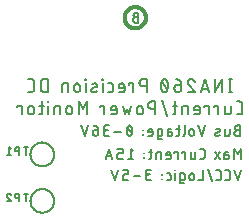
<source format=gbr>
G04 EAGLE Gerber RS-274X export*
G75*
%MOMM*%
%FSLAX34Y34*%
%LPD*%
%INSilkscreen Bottom*%
%IPPOS*%
%AMOC8*
5,1,8,0,0,1.08239X$1,22.5*%
G01*
%ADD10C,0.177800*%
%ADD11C,0.152400*%
%ADD12C,0.203200*%
%ADD13C,0.304800*%


D10*
X194590Y161544D02*
X194590Y150622D01*
X193377Y150622D02*
X195804Y150622D01*
X195804Y161544D02*
X193377Y161544D01*
X188099Y161544D02*
X188099Y150622D01*
X182032Y150622D02*
X188099Y161544D01*
X182032Y161544D02*
X182032Y150622D01*
X176895Y150622D02*
X173254Y161544D01*
X169614Y150622D01*
X170524Y153353D02*
X175985Y153353D01*
X161521Y161545D02*
X161419Y161543D01*
X161317Y161537D01*
X161215Y161528D01*
X161114Y161514D01*
X161013Y161497D01*
X160913Y161477D01*
X160814Y161452D01*
X160716Y161424D01*
X160619Y161392D01*
X160523Y161356D01*
X160429Y161317D01*
X160336Y161275D01*
X160245Y161229D01*
X160156Y161179D01*
X160068Y161126D01*
X159983Y161070D01*
X159899Y161011D01*
X159818Y160949D01*
X159740Y160884D01*
X159663Y160816D01*
X159590Y160745D01*
X159519Y160672D01*
X159451Y160595D01*
X159386Y160517D01*
X159324Y160436D01*
X159265Y160352D01*
X159209Y160267D01*
X159156Y160180D01*
X159106Y160090D01*
X159060Y159999D01*
X159018Y159906D01*
X158979Y159812D01*
X158943Y159716D01*
X158911Y159619D01*
X158883Y159521D01*
X158858Y159422D01*
X158838Y159322D01*
X158821Y159221D01*
X158807Y159120D01*
X158798Y159018D01*
X158792Y158916D01*
X158790Y158814D01*
X161521Y161544D02*
X161637Y161542D01*
X161753Y161536D01*
X161869Y161527D01*
X161984Y161513D01*
X162099Y161496D01*
X162213Y161475D01*
X162326Y161450D01*
X162439Y161422D01*
X162550Y161390D01*
X162661Y161354D01*
X162770Y161314D01*
X162878Y161271D01*
X162984Y161224D01*
X163089Y161174D01*
X163192Y161121D01*
X163293Y161064D01*
X163392Y161003D01*
X163489Y160940D01*
X163584Y160873D01*
X163677Y160803D01*
X163767Y160730D01*
X163855Y160655D01*
X163941Y160576D01*
X164023Y160494D01*
X164103Y160410D01*
X164181Y160324D01*
X164255Y160234D01*
X164326Y160143D01*
X164394Y160049D01*
X164459Y159952D01*
X164521Y159854D01*
X164580Y159754D01*
X164635Y159652D01*
X164687Y159548D01*
X164735Y159442D01*
X164780Y159335D01*
X164821Y159227D01*
X164858Y159117D01*
X159700Y156690D02*
X159627Y156763D01*
X159556Y156838D01*
X159488Y156915D01*
X159422Y156995D01*
X159360Y157077D01*
X159300Y157161D01*
X159243Y157248D01*
X159190Y157336D01*
X159139Y157426D01*
X159092Y157518D01*
X159048Y157611D01*
X159007Y157706D01*
X158970Y157803D01*
X158936Y157900D01*
X158906Y157999D01*
X158879Y158098D01*
X158855Y158199D01*
X158835Y158300D01*
X158819Y158402D01*
X158806Y158505D01*
X158797Y158608D01*
X158792Y158711D01*
X158790Y158814D01*
X159701Y156690D02*
X164858Y150622D01*
X158791Y150622D01*
X153428Y156690D02*
X149788Y156690D01*
X149690Y156688D01*
X149593Y156682D01*
X149495Y156672D01*
X149399Y156659D01*
X149303Y156641D01*
X149207Y156619D01*
X149113Y156594D01*
X149019Y156565D01*
X148927Y156532D01*
X148837Y156496D01*
X148748Y156456D01*
X148660Y156412D01*
X148575Y156365D01*
X148491Y156314D01*
X148409Y156260D01*
X148330Y156203D01*
X148253Y156143D01*
X148179Y156080D01*
X148107Y156013D01*
X148038Y155944D01*
X147971Y155872D01*
X147908Y155798D01*
X147848Y155721D01*
X147791Y155642D01*
X147737Y155560D01*
X147686Y155477D01*
X147639Y155391D01*
X147595Y155303D01*
X147555Y155214D01*
X147519Y155124D01*
X147486Y155032D01*
X147457Y154938D01*
X147432Y154844D01*
X147410Y154748D01*
X147392Y154652D01*
X147379Y154556D01*
X147369Y154458D01*
X147363Y154361D01*
X147361Y154263D01*
X147361Y153656D01*
X147360Y153656D02*
X147362Y153548D01*
X147368Y153440D01*
X147377Y153332D01*
X147391Y153224D01*
X147408Y153117D01*
X147429Y153011D01*
X147454Y152906D01*
X147483Y152801D01*
X147515Y152698D01*
X147551Y152596D01*
X147591Y152495D01*
X147634Y152396D01*
X147681Y152298D01*
X147731Y152202D01*
X147785Y152108D01*
X147842Y152016D01*
X147902Y151926D01*
X147965Y151838D01*
X148032Y151752D01*
X148101Y151669D01*
X148173Y151589D01*
X148249Y151511D01*
X148327Y151435D01*
X148407Y151363D01*
X148490Y151294D01*
X148576Y151227D01*
X148664Y151164D01*
X148754Y151104D01*
X148846Y151047D01*
X148940Y150993D01*
X149036Y150943D01*
X149134Y150896D01*
X149233Y150853D01*
X149334Y150813D01*
X149436Y150777D01*
X149539Y150745D01*
X149644Y150716D01*
X149749Y150691D01*
X149855Y150670D01*
X149962Y150653D01*
X150070Y150639D01*
X150178Y150630D01*
X150286Y150624D01*
X150394Y150622D01*
X150502Y150624D01*
X150610Y150630D01*
X150718Y150639D01*
X150826Y150653D01*
X150933Y150670D01*
X151039Y150691D01*
X151144Y150716D01*
X151249Y150745D01*
X151352Y150777D01*
X151454Y150813D01*
X151555Y150853D01*
X151654Y150896D01*
X151752Y150943D01*
X151848Y150993D01*
X151942Y151047D01*
X152034Y151104D01*
X152124Y151164D01*
X152212Y151227D01*
X152298Y151294D01*
X152381Y151363D01*
X152461Y151435D01*
X152539Y151511D01*
X152615Y151589D01*
X152687Y151669D01*
X152756Y151752D01*
X152823Y151838D01*
X152886Y151926D01*
X152946Y152016D01*
X153003Y152108D01*
X153057Y152202D01*
X153107Y152298D01*
X153154Y152396D01*
X153197Y152495D01*
X153237Y152596D01*
X153273Y152698D01*
X153305Y152801D01*
X153334Y152906D01*
X153359Y153011D01*
X153380Y153117D01*
X153397Y153224D01*
X153411Y153332D01*
X153420Y153440D01*
X153426Y153548D01*
X153428Y153656D01*
X153428Y156690D01*
X153426Y156829D01*
X153420Y156967D01*
X153410Y157105D01*
X153396Y157243D01*
X153379Y157381D01*
X153357Y157518D01*
X153331Y157654D01*
X153302Y157789D01*
X153269Y157924D01*
X153231Y158058D01*
X153190Y158190D01*
X153146Y158321D01*
X153097Y158451D01*
X153045Y158580D01*
X152989Y158706D01*
X152930Y158832D01*
X152867Y158955D01*
X152801Y159077D01*
X152731Y159197D01*
X152657Y159314D01*
X152581Y159430D01*
X152501Y159543D01*
X152418Y159654D01*
X152332Y159763D01*
X152242Y159869D01*
X152150Y159972D01*
X152055Y160073D01*
X151957Y160171D01*
X151856Y160266D01*
X151753Y160358D01*
X151647Y160448D01*
X151538Y160534D01*
X151427Y160617D01*
X151314Y160697D01*
X151198Y160773D01*
X151081Y160847D01*
X150961Y160917D01*
X150839Y160983D01*
X150716Y161046D01*
X150590Y161105D01*
X150464Y161161D01*
X150335Y161213D01*
X150205Y161262D01*
X150074Y161306D01*
X149942Y161347D01*
X149808Y161385D01*
X149673Y161418D01*
X149538Y161447D01*
X149402Y161473D01*
X149265Y161495D01*
X149127Y161512D01*
X148989Y161526D01*
X148851Y161536D01*
X148713Y161542D01*
X148574Y161544D01*
X141088Y160027D02*
X141180Y159833D01*
X141267Y159636D01*
X141349Y159438D01*
X141427Y159237D01*
X141500Y159035D01*
X141568Y158832D01*
X141631Y158626D01*
X141689Y158419D01*
X141743Y158211D01*
X141791Y158002D01*
X141834Y157791D01*
X141873Y157580D01*
X141906Y157368D01*
X141934Y157155D01*
X141957Y156941D01*
X141975Y156727D01*
X141988Y156513D01*
X141995Y156298D01*
X141998Y156083D01*
X141088Y160027D02*
X141056Y160114D01*
X141020Y160200D01*
X140981Y160284D01*
X140939Y160367D01*
X140893Y160448D01*
X140844Y160526D01*
X140792Y160603D01*
X140736Y160677D01*
X140678Y160749D01*
X140616Y160819D01*
X140552Y160886D01*
X140485Y160950D01*
X140415Y161012D01*
X140343Y161070D01*
X140269Y161126D01*
X140192Y161178D01*
X140114Y161227D01*
X140033Y161273D01*
X139950Y161316D01*
X139866Y161355D01*
X139780Y161390D01*
X139693Y161422D01*
X139605Y161451D01*
X139515Y161475D01*
X139425Y161496D01*
X139334Y161513D01*
X139242Y161527D01*
X139149Y161536D01*
X139057Y161542D01*
X138964Y161544D01*
X138871Y161542D01*
X138779Y161536D01*
X138686Y161527D01*
X138594Y161513D01*
X138503Y161496D01*
X138413Y161475D01*
X138323Y161451D01*
X138235Y161422D01*
X138148Y161390D01*
X138062Y161355D01*
X137978Y161316D01*
X137895Y161273D01*
X137814Y161227D01*
X137736Y161178D01*
X137659Y161126D01*
X137585Y161070D01*
X137513Y161012D01*
X137443Y160950D01*
X137376Y160886D01*
X137312Y160819D01*
X137250Y160749D01*
X137192Y160677D01*
X137137Y160603D01*
X137084Y160526D01*
X137035Y160448D01*
X136989Y160367D01*
X136947Y160284D01*
X136908Y160200D01*
X136872Y160114D01*
X136840Y160027D01*
X136841Y160027D02*
X136749Y159833D01*
X136662Y159636D01*
X136580Y159438D01*
X136502Y159238D01*
X136429Y159035D01*
X136361Y158832D01*
X136298Y158626D01*
X136240Y158419D01*
X136186Y158211D01*
X136138Y158002D01*
X136095Y157791D01*
X136056Y157580D01*
X136023Y157368D01*
X135995Y157155D01*
X135972Y156941D01*
X135954Y156727D01*
X135941Y156513D01*
X135934Y156298D01*
X135931Y156083D01*
X141999Y156083D02*
X141996Y155868D01*
X141989Y155653D01*
X141976Y155439D01*
X141958Y155225D01*
X141935Y155011D01*
X141907Y154798D01*
X141874Y154586D01*
X141835Y154374D01*
X141792Y154164D01*
X141744Y153955D01*
X141690Y153746D01*
X141632Y153540D01*
X141569Y153334D01*
X141501Y153130D01*
X141428Y152928D01*
X141350Y152728D01*
X141268Y152529D01*
X141181Y152333D01*
X141089Y152139D01*
X141088Y152139D02*
X141056Y152052D01*
X141020Y151966D01*
X140981Y151882D01*
X140939Y151799D01*
X140893Y151718D01*
X140844Y151640D01*
X140791Y151563D01*
X140736Y151489D01*
X140678Y151417D01*
X140616Y151347D01*
X140552Y151280D01*
X140485Y151216D01*
X140415Y151154D01*
X140343Y151096D01*
X140269Y151040D01*
X140192Y150988D01*
X140114Y150939D01*
X140033Y150893D01*
X139950Y150850D01*
X139866Y150811D01*
X139780Y150776D01*
X139693Y150744D01*
X139605Y150715D01*
X139515Y150691D01*
X139425Y150670D01*
X139334Y150653D01*
X139242Y150639D01*
X139149Y150630D01*
X139057Y150624D01*
X138964Y150622D01*
X136840Y152139D02*
X136748Y152333D01*
X136661Y152529D01*
X136579Y152728D01*
X136501Y152928D01*
X136428Y153130D01*
X136360Y153334D01*
X136297Y153540D01*
X136239Y153746D01*
X136185Y153955D01*
X136137Y154164D01*
X136094Y154374D01*
X136055Y154586D01*
X136022Y154798D01*
X135994Y155011D01*
X135971Y155225D01*
X135953Y155439D01*
X135940Y155653D01*
X135933Y155868D01*
X135930Y156083D01*
X136840Y152139D02*
X136872Y152052D01*
X136908Y151966D01*
X136947Y151882D01*
X136989Y151799D01*
X137035Y151718D01*
X137084Y151640D01*
X137137Y151563D01*
X137192Y151489D01*
X137250Y151417D01*
X137312Y151347D01*
X137376Y151280D01*
X137443Y151216D01*
X137513Y151154D01*
X137585Y151096D01*
X137659Y151040D01*
X137736Y150988D01*
X137814Y150939D01*
X137895Y150893D01*
X137978Y150850D01*
X138062Y150811D01*
X138148Y150776D01*
X138235Y150744D01*
X138323Y150715D01*
X138413Y150691D01*
X138503Y150670D01*
X138594Y150653D01*
X138686Y150639D01*
X138779Y150630D01*
X138871Y150624D01*
X138964Y150622D01*
X141392Y153049D02*
X136537Y159117D01*
X123859Y161544D02*
X123859Y150622D01*
X123859Y161544D02*
X120825Y161544D01*
X120717Y161542D01*
X120609Y161536D01*
X120501Y161527D01*
X120393Y161513D01*
X120286Y161496D01*
X120180Y161475D01*
X120075Y161450D01*
X119970Y161421D01*
X119867Y161389D01*
X119765Y161353D01*
X119664Y161313D01*
X119565Y161270D01*
X119467Y161223D01*
X119371Y161173D01*
X119277Y161119D01*
X119185Y161062D01*
X119095Y161002D01*
X119007Y160939D01*
X118921Y160872D01*
X118838Y160803D01*
X118758Y160731D01*
X118680Y160655D01*
X118604Y160577D01*
X118532Y160497D01*
X118463Y160414D01*
X118396Y160328D01*
X118333Y160240D01*
X118273Y160150D01*
X118216Y160058D01*
X118162Y159964D01*
X118112Y159868D01*
X118065Y159770D01*
X118022Y159671D01*
X117982Y159570D01*
X117946Y159468D01*
X117914Y159365D01*
X117885Y159260D01*
X117860Y159155D01*
X117839Y159049D01*
X117822Y158942D01*
X117808Y158834D01*
X117799Y158726D01*
X117793Y158618D01*
X117791Y158510D01*
X117793Y158402D01*
X117799Y158294D01*
X117808Y158186D01*
X117822Y158078D01*
X117839Y157971D01*
X117860Y157865D01*
X117885Y157760D01*
X117914Y157655D01*
X117946Y157552D01*
X117982Y157450D01*
X118022Y157349D01*
X118065Y157250D01*
X118112Y157152D01*
X118162Y157056D01*
X118216Y156962D01*
X118273Y156870D01*
X118333Y156780D01*
X118396Y156692D01*
X118463Y156606D01*
X118532Y156523D01*
X118604Y156443D01*
X118680Y156365D01*
X118758Y156289D01*
X118838Y156217D01*
X118921Y156148D01*
X119007Y156081D01*
X119095Y156018D01*
X119185Y155958D01*
X119277Y155901D01*
X119371Y155847D01*
X119467Y155797D01*
X119565Y155750D01*
X119664Y155707D01*
X119765Y155667D01*
X119867Y155631D01*
X119970Y155599D01*
X120075Y155570D01*
X120180Y155545D01*
X120286Y155524D01*
X120393Y155507D01*
X120501Y155493D01*
X120609Y155484D01*
X120717Y155478D01*
X120825Y155476D01*
X123859Y155476D01*
X112725Y157903D02*
X112725Y150622D01*
X112725Y157903D02*
X109085Y157903D01*
X109085Y156690D01*
X103376Y150622D02*
X100342Y150622D01*
X103376Y150622D02*
X103460Y150624D01*
X103544Y150630D01*
X103627Y150639D01*
X103710Y150653D01*
X103793Y150670D01*
X103874Y150691D01*
X103954Y150716D01*
X104033Y150745D01*
X104111Y150777D01*
X104187Y150813D01*
X104262Y150852D01*
X104334Y150895D01*
X104405Y150941D01*
X104473Y150990D01*
X104539Y151042D01*
X104602Y151097D01*
X104663Y151155D01*
X104721Y151216D01*
X104776Y151279D01*
X104828Y151345D01*
X104877Y151413D01*
X104923Y151484D01*
X104966Y151556D01*
X105005Y151631D01*
X105041Y151707D01*
X105073Y151785D01*
X105102Y151864D01*
X105127Y151944D01*
X105148Y152025D01*
X105165Y152108D01*
X105179Y152191D01*
X105188Y152274D01*
X105194Y152358D01*
X105196Y152442D01*
X105197Y152442D02*
X105197Y155476D01*
X105195Y155574D01*
X105189Y155671D01*
X105179Y155769D01*
X105166Y155865D01*
X105148Y155961D01*
X105126Y156057D01*
X105101Y156151D01*
X105072Y156245D01*
X105039Y156337D01*
X105003Y156427D01*
X104963Y156516D01*
X104919Y156604D01*
X104872Y156690D01*
X104821Y156773D01*
X104767Y156855D01*
X104710Y156934D01*
X104650Y157011D01*
X104587Y157085D01*
X104520Y157157D01*
X104451Y157226D01*
X104379Y157293D01*
X104305Y157356D01*
X104228Y157416D01*
X104149Y157473D01*
X104067Y157527D01*
X103984Y157578D01*
X103898Y157625D01*
X103810Y157669D01*
X103721Y157709D01*
X103631Y157745D01*
X103539Y157778D01*
X103445Y157807D01*
X103351Y157832D01*
X103255Y157854D01*
X103159Y157872D01*
X103063Y157885D01*
X102965Y157895D01*
X102868Y157901D01*
X102770Y157903D01*
X102672Y157901D01*
X102575Y157895D01*
X102477Y157885D01*
X102381Y157872D01*
X102285Y157854D01*
X102189Y157832D01*
X102095Y157807D01*
X102001Y157778D01*
X101909Y157745D01*
X101819Y157709D01*
X101730Y157669D01*
X101642Y157625D01*
X101557Y157578D01*
X101473Y157527D01*
X101391Y157473D01*
X101312Y157416D01*
X101235Y157356D01*
X101161Y157293D01*
X101089Y157226D01*
X101020Y157157D01*
X100953Y157085D01*
X100890Y157011D01*
X100830Y156934D01*
X100773Y156855D01*
X100719Y156773D01*
X100668Y156690D01*
X100621Y156604D01*
X100577Y156516D01*
X100537Y156427D01*
X100501Y156337D01*
X100468Y156245D01*
X100439Y156151D01*
X100414Y156057D01*
X100392Y155961D01*
X100374Y155865D01*
X100361Y155769D01*
X100351Y155671D01*
X100345Y155574D01*
X100343Y155476D01*
X100342Y155476D02*
X100342Y154263D01*
X105197Y154263D01*
X93452Y150622D02*
X91025Y150622D01*
X93452Y150622D02*
X93536Y150624D01*
X93620Y150630D01*
X93703Y150639D01*
X93786Y150653D01*
X93869Y150670D01*
X93950Y150691D01*
X94030Y150716D01*
X94109Y150745D01*
X94187Y150777D01*
X94263Y150813D01*
X94338Y150852D01*
X94410Y150895D01*
X94481Y150941D01*
X94549Y150990D01*
X94615Y151042D01*
X94678Y151097D01*
X94739Y151155D01*
X94797Y151216D01*
X94852Y151279D01*
X94904Y151345D01*
X94953Y151413D01*
X94999Y151484D01*
X95042Y151556D01*
X95081Y151631D01*
X95117Y151707D01*
X95149Y151785D01*
X95178Y151864D01*
X95203Y151944D01*
X95224Y152025D01*
X95241Y152108D01*
X95255Y152191D01*
X95264Y152274D01*
X95270Y152358D01*
X95272Y152442D01*
X95272Y156083D01*
X95270Y156167D01*
X95264Y156251D01*
X95255Y156334D01*
X95241Y156417D01*
X95224Y156500D01*
X95203Y156581D01*
X95178Y156661D01*
X95149Y156740D01*
X95117Y156818D01*
X95081Y156894D01*
X95042Y156969D01*
X94999Y157041D01*
X94953Y157112D01*
X94904Y157180D01*
X94852Y157246D01*
X94797Y157309D01*
X94739Y157370D01*
X94678Y157428D01*
X94615Y157483D01*
X94549Y157535D01*
X94481Y157584D01*
X94410Y157630D01*
X94338Y157673D01*
X94263Y157712D01*
X94187Y157748D01*
X94109Y157780D01*
X94030Y157809D01*
X93950Y157834D01*
X93869Y157855D01*
X93786Y157872D01*
X93703Y157886D01*
X93620Y157895D01*
X93536Y157901D01*
X93452Y157903D01*
X91025Y157903D01*
X86768Y157903D02*
X86768Y150622D01*
X87071Y160937D02*
X87071Y161544D01*
X86464Y161544D01*
X86464Y160937D01*
X87071Y160937D01*
X81046Y154869D02*
X78012Y153656D01*
X81045Y154870D02*
X81117Y154900D01*
X81187Y154934D01*
X81255Y154972D01*
X81321Y155013D01*
X81386Y155057D01*
X81447Y155105D01*
X81507Y155155D01*
X81564Y155208D01*
X81618Y155264D01*
X81669Y155323D01*
X81718Y155384D01*
X81763Y155448D01*
X81805Y155513D01*
X81844Y155581D01*
X81880Y155650D01*
X81911Y155721D01*
X81940Y155794D01*
X81965Y155868D01*
X81986Y155943D01*
X82003Y156019D01*
X82016Y156096D01*
X82026Y156173D01*
X82032Y156251D01*
X82034Y156329D01*
X82032Y156407D01*
X82026Y156484D01*
X82017Y156562D01*
X82003Y156638D01*
X81986Y156715D01*
X81965Y156790D01*
X81941Y156864D01*
X81912Y156936D01*
X81881Y157007D01*
X81845Y157077D01*
X81807Y157145D01*
X81765Y157210D01*
X81719Y157274D01*
X81671Y157335D01*
X81620Y157394D01*
X81566Y157450D01*
X81509Y157503D01*
X81450Y157554D01*
X81388Y157601D01*
X81324Y157645D01*
X81257Y157686D01*
X81189Y157724D01*
X81119Y157759D01*
X81048Y157790D01*
X80975Y157817D01*
X80900Y157840D01*
X80825Y157860D01*
X80749Y157876D01*
X80672Y157889D01*
X80594Y157897D01*
X80516Y157902D01*
X80439Y157903D01*
X80439Y157904D02*
X80273Y157900D01*
X80107Y157892D01*
X79942Y157879D01*
X79777Y157863D01*
X79613Y157843D01*
X79449Y157819D01*
X79286Y157790D01*
X79123Y157758D01*
X78961Y157722D01*
X78801Y157683D01*
X78641Y157639D01*
X78482Y157591D01*
X78324Y157540D01*
X78168Y157485D01*
X78013Y157426D01*
X77860Y157364D01*
X77708Y157297D01*
X78012Y153655D02*
X77940Y153625D01*
X77870Y153591D01*
X77802Y153553D01*
X77736Y153512D01*
X77671Y153468D01*
X77610Y153420D01*
X77550Y153370D01*
X77493Y153317D01*
X77439Y153261D01*
X77388Y153202D01*
X77339Y153141D01*
X77294Y153077D01*
X77252Y153012D01*
X77213Y152944D01*
X77177Y152875D01*
X77146Y152804D01*
X77117Y152731D01*
X77092Y152657D01*
X77071Y152582D01*
X77054Y152506D01*
X77041Y152429D01*
X77031Y152352D01*
X77025Y152274D01*
X77023Y152196D01*
X77025Y152118D01*
X77031Y152041D01*
X77040Y151963D01*
X77054Y151887D01*
X77071Y151810D01*
X77092Y151735D01*
X77116Y151661D01*
X77145Y151589D01*
X77176Y151518D01*
X77212Y151448D01*
X77250Y151380D01*
X77292Y151315D01*
X77338Y151251D01*
X77386Y151190D01*
X77437Y151131D01*
X77491Y151075D01*
X77548Y151022D01*
X77607Y150971D01*
X77669Y150924D01*
X77733Y150880D01*
X77800Y150839D01*
X77868Y150801D01*
X77938Y150766D01*
X78009Y150735D01*
X78082Y150708D01*
X78157Y150685D01*
X78232Y150665D01*
X78308Y150649D01*
X78385Y150636D01*
X78463Y150628D01*
X78541Y150623D01*
X78618Y150622D01*
X78861Y150628D01*
X79104Y150641D01*
X79347Y150658D01*
X79589Y150682D01*
X79831Y150711D01*
X80072Y150746D01*
X80312Y150787D01*
X80551Y150833D01*
X80789Y150885D01*
X81025Y150943D01*
X81260Y151006D01*
X81494Y151075D01*
X81725Y151149D01*
X81955Y151229D01*
X72290Y150622D02*
X72290Y157903D01*
X72593Y160937D02*
X72593Y161544D01*
X71986Y161544D01*
X71986Y160937D01*
X72593Y160937D01*
X67478Y155476D02*
X67478Y153049D01*
X67478Y155476D02*
X67476Y155574D01*
X67470Y155671D01*
X67460Y155769D01*
X67447Y155865D01*
X67429Y155961D01*
X67407Y156057D01*
X67382Y156151D01*
X67353Y156245D01*
X67320Y156337D01*
X67284Y156427D01*
X67244Y156516D01*
X67200Y156604D01*
X67153Y156690D01*
X67102Y156773D01*
X67048Y156855D01*
X66991Y156934D01*
X66931Y157011D01*
X66868Y157085D01*
X66801Y157157D01*
X66732Y157226D01*
X66660Y157293D01*
X66586Y157356D01*
X66509Y157416D01*
X66430Y157473D01*
X66348Y157527D01*
X66265Y157578D01*
X66179Y157625D01*
X66091Y157669D01*
X66002Y157709D01*
X65912Y157745D01*
X65820Y157778D01*
X65726Y157807D01*
X65632Y157832D01*
X65536Y157854D01*
X65440Y157872D01*
X65344Y157885D01*
X65246Y157895D01*
X65149Y157901D01*
X65051Y157903D01*
X64953Y157901D01*
X64856Y157895D01*
X64758Y157885D01*
X64662Y157872D01*
X64566Y157854D01*
X64470Y157832D01*
X64376Y157807D01*
X64282Y157778D01*
X64190Y157745D01*
X64100Y157709D01*
X64011Y157669D01*
X63923Y157625D01*
X63838Y157578D01*
X63754Y157527D01*
X63672Y157473D01*
X63593Y157416D01*
X63516Y157356D01*
X63442Y157293D01*
X63370Y157226D01*
X63301Y157157D01*
X63234Y157085D01*
X63171Y157011D01*
X63111Y156934D01*
X63054Y156855D01*
X63000Y156773D01*
X62949Y156690D01*
X62902Y156604D01*
X62858Y156516D01*
X62818Y156427D01*
X62782Y156337D01*
X62749Y156245D01*
X62720Y156151D01*
X62695Y156057D01*
X62673Y155961D01*
X62655Y155865D01*
X62642Y155769D01*
X62632Y155671D01*
X62626Y155574D01*
X62624Y155476D01*
X62624Y153049D01*
X62626Y152951D01*
X62632Y152854D01*
X62642Y152756D01*
X62655Y152660D01*
X62673Y152564D01*
X62695Y152468D01*
X62720Y152374D01*
X62749Y152280D01*
X62782Y152188D01*
X62818Y152098D01*
X62858Y152009D01*
X62902Y151921D01*
X62949Y151836D01*
X63000Y151752D01*
X63054Y151670D01*
X63111Y151591D01*
X63171Y151514D01*
X63234Y151440D01*
X63301Y151368D01*
X63370Y151299D01*
X63442Y151232D01*
X63516Y151169D01*
X63593Y151109D01*
X63672Y151052D01*
X63754Y150998D01*
X63837Y150947D01*
X63923Y150900D01*
X64011Y150856D01*
X64100Y150816D01*
X64190Y150780D01*
X64282Y150747D01*
X64376Y150718D01*
X64470Y150693D01*
X64566Y150671D01*
X64662Y150653D01*
X64758Y150640D01*
X64856Y150630D01*
X64953Y150624D01*
X65051Y150622D01*
X65149Y150624D01*
X65246Y150630D01*
X65344Y150640D01*
X65440Y150653D01*
X65536Y150671D01*
X65632Y150693D01*
X65726Y150718D01*
X65820Y150747D01*
X65912Y150780D01*
X66002Y150816D01*
X66091Y150856D01*
X66179Y150900D01*
X66264Y150947D01*
X66348Y150998D01*
X66430Y151052D01*
X66509Y151109D01*
X66586Y151169D01*
X66660Y151232D01*
X66732Y151299D01*
X66801Y151368D01*
X66868Y151440D01*
X66931Y151514D01*
X66991Y151591D01*
X67048Y151670D01*
X67102Y151752D01*
X67153Y151835D01*
X67200Y151921D01*
X67244Y152009D01*
X67284Y152098D01*
X67320Y152188D01*
X67353Y152280D01*
X67382Y152374D01*
X67407Y152468D01*
X67429Y152564D01*
X67447Y152660D01*
X67460Y152756D01*
X67470Y152854D01*
X67476Y152951D01*
X67478Y153049D01*
X57191Y150622D02*
X57191Y157903D01*
X54157Y157903D01*
X54073Y157901D01*
X53989Y157895D01*
X53906Y157886D01*
X53823Y157872D01*
X53740Y157855D01*
X53659Y157834D01*
X53579Y157809D01*
X53500Y157780D01*
X53422Y157748D01*
X53346Y157712D01*
X53271Y157673D01*
X53199Y157630D01*
X53128Y157585D01*
X53060Y157535D01*
X52994Y157483D01*
X52931Y157428D01*
X52870Y157370D01*
X52812Y157309D01*
X52757Y157246D01*
X52705Y157180D01*
X52656Y157112D01*
X52610Y157041D01*
X52567Y156969D01*
X52528Y156894D01*
X52492Y156818D01*
X52460Y156741D01*
X52431Y156661D01*
X52406Y156581D01*
X52385Y156500D01*
X52368Y156417D01*
X52354Y156335D01*
X52345Y156251D01*
X52339Y156167D01*
X52337Y156083D01*
X52337Y150622D01*
X40272Y150622D02*
X40272Y161544D01*
X37238Y161544D01*
X37130Y161542D01*
X37022Y161536D01*
X36914Y161527D01*
X36806Y161513D01*
X36699Y161496D01*
X36593Y161475D01*
X36488Y161450D01*
X36383Y161421D01*
X36280Y161389D01*
X36178Y161353D01*
X36077Y161313D01*
X35978Y161270D01*
X35880Y161223D01*
X35784Y161173D01*
X35690Y161119D01*
X35598Y161062D01*
X35508Y161002D01*
X35420Y160939D01*
X35334Y160872D01*
X35251Y160803D01*
X35171Y160731D01*
X35093Y160655D01*
X35017Y160577D01*
X34945Y160497D01*
X34876Y160414D01*
X34809Y160328D01*
X34746Y160240D01*
X34686Y160150D01*
X34629Y160058D01*
X34575Y159964D01*
X34525Y159868D01*
X34478Y159770D01*
X34435Y159671D01*
X34395Y159570D01*
X34359Y159468D01*
X34327Y159365D01*
X34298Y159260D01*
X34273Y159155D01*
X34252Y159049D01*
X34235Y158942D01*
X34221Y158834D01*
X34212Y158726D01*
X34206Y158618D01*
X34204Y158510D01*
X34204Y153656D01*
X34206Y153548D01*
X34212Y153440D01*
X34221Y153332D01*
X34235Y153224D01*
X34252Y153117D01*
X34273Y153011D01*
X34298Y152906D01*
X34327Y152801D01*
X34359Y152698D01*
X34395Y152596D01*
X34435Y152495D01*
X34478Y152396D01*
X34525Y152298D01*
X34575Y152202D01*
X34629Y152108D01*
X34686Y152016D01*
X34746Y151926D01*
X34809Y151838D01*
X34876Y151752D01*
X34945Y151669D01*
X35017Y151589D01*
X35093Y151511D01*
X35171Y151435D01*
X35251Y151363D01*
X35334Y151294D01*
X35420Y151227D01*
X35508Y151164D01*
X35598Y151104D01*
X35690Y151047D01*
X35784Y150993D01*
X35880Y150943D01*
X35978Y150896D01*
X36077Y150853D01*
X36178Y150813D01*
X36280Y150777D01*
X36383Y150745D01*
X36488Y150716D01*
X36593Y150691D01*
X36699Y150670D01*
X36806Y150653D01*
X36914Y150639D01*
X37022Y150630D01*
X37130Y150624D01*
X37238Y150622D01*
X40272Y150622D01*
X26079Y150622D02*
X23652Y150622D01*
X26079Y150622D02*
X26177Y150624D01*
X26274Y150630D01*
X26372Y150640D01*
X26468Y150653D01*
X26564Y150671D01*
X26660Y150693D01*
X26754Y150718D01*
X26848Y150747D01*
X26940Y150780D01*
X27030Y150816D01*
X27119Y150856D01*
X27207Y150900D01*
X27293Y150947D01*
X27376Y150998D01*
X27458Y151052D01*
X27537Y151109D01*
X27614Y151169D01*
X27688Y151232D01*
X27760Y151299D01*
X27829Y151368D01*
X27896Y151440D01*
X27959Y151514D01*
X28019Y151591D01*
X28076Y151670D01*
X28130Y151752D01*
X28181Y151836D01*
X28228Y151921D01*
X28272Y152009D01*
X28312Y152098D01*
X28348Y152188D01*
X28381Y152280D01*
X28410Y152374D01*
X28435Y152468D01*
X28457Y152564D01*
X28475Y152660D01*
X28488Y152756D01*
X28498Y152854D01*
X28504Y152951D01*
X28506Y153049D01*
X28506Y159117D01*
X28504Y159215D01*
X28498Y159312D01*
X28488Y159410D01*
X28475Y159506D01*
X28457Y159602D01*
X28435Y159698D01*
X28410Y159792D01*
X28381Y159886D01*
X28348Y159978D01*
X28312Y160068D01*
X28272Y160157D01*
X28228Y160245D01*
X28181Y160330D01*
X28130Y160414D01*
X28076Y160496D01*
X28019Y160575D01*
X27959Y160652D01*
X27896Y160726D01*
X27829Y160798D01*
X27760Y160867D01*
X27688Y160934D01*
X27614Y160997D01*
X27537Y161057D01*
X27458Y161114D01*
X27376Y161168D01*
X27293Y161219D01*
X27207Y161266D01*
X27119Y161310D01*
X27030Y161350D01*
X26940Y161386D01*
X26848Y161419D01*
X26754Y161448D01*
X26660Y161473D01*
X26565Y161495D01*
X26468Y161513D01*
X26372Y161526D01*
X26274Y161536D01*
X26177Y161542D01*
X26079Y161544D01*
X23652Y161544D01*
X200220Y131572D02*
X202647Y131572D01*
X202745Y131574D01*
X202842Y131580D01*
X202940Y131590D01*
X203036Y131603D01*
X203132Y131621D01*
X203228Y131643D01*
X203322Y131668D01*
X203416Y131697D01*
X203508Y131730D01*
X203598Y131766D01*
X203687Y131806D01*
X203775Y131850D01*
X203861Y131897D01*
X203944Y131948D01*
X204026Y132002D01*
X204105Y132059D01*
X204182Y132119D01*
X204256Y132182D01*
X204328Y132249D01*
X204397Y132318D01*
X204464Y132390D01*
X204527Y132464D01*
X204587Y132541D01*
X204644Y132620D01*
X204698Y132702D01*
X204749Y132786D01*
X204796Y132871D01*
X204840Y132959D01*
X204880Y133048D01*
X204916Y133138D01*
X204949Y133230D01*
X204978Y133324D01*
X205003Y133418D01*
X205025Y133514D01*
X205043Y133610D01*
X205056Y133706D01*
X205066Y133804D01*
X205072Y133901D01*
X205074Y133999D01*
X205074Y140067D01*
X205072Y140165D01*
X205066Y140262D01*
X205056Y140360D01*
X205043Y140456D01*
X205025Y140552D01*
X205003Y140648D01*
X204978Y140742D01*
X204949Y140836D01*
X204916Y140928D01*
X204880Y141018D01*
X204840Y141107D01*
X204796Y141195D01*
X204749Y141280D01*
X204698Y141364D01*
X204644Y141446D01*
X204587Y141525D01*
X204527Y141602D01*
X204464Y141676D01*
X204397Y141748D01*
X204328Y141817D01*
X204256Y141884D01*
X204182Y141947D01*
X204105Y142007D01*
X204026Y142064D01*
X203944Y142118D01*
X203861Y142169D01*
X203775Y142216D01*
X203687Y142260D01*
X203598Y142300D01*
X203508Y142336D01*
X203416Y142369D01*
X203322Y142398D01*
X203228Y142423D01*
X203133Y142445D01*
X203036Y142463D01*
X202940Y142476D01*
X202842Y142486D01*
X202745Y142492D01*
X202647Y142494D01*
X200220Y142494D01*
X195278Y138853D02*
X195278Y133392D01*
X195276Y133308D01*
X195270Y133224D01*
X195261Y133141D01*
X195247Y133058D01*
X195230Y132975D01*
X195209Y132894D01*
X195184Y132814D01*
X195155Y132735D01*
X195123Y132657D01*
X195087Y132581D01*
X195048Y132506D01*
X195005Y132434D01*
X194959Y132363D01*
X194910Y132295D01*
X194858Y132229D01*
X194803Y132166D01*
X194745Y132105D01*
X194684Y132047D01*
X194621Y131992D01*
X194555Y131940D01*
X194487Y131891D01*
X194416Y131845D01*
X194344Y131802D01*
X194269Y131763D01*
X194193Y131727D01*
X194115Y131695D01*
X194036Y131666D01*
X193956Y131641D01*
X193875Y131620D01*
X193792Y131603D01*
X193709Y131589D01*
X193626Y131580D01*
X193542Y131574D01*
X193458Y131572D01*
X190424Y131572D01*
X190424Y138853D01*
X184519Y138853D02*
X184519Y131572D01*
X184519Y138853D02*
X180878Y138853D01*
X180878Y137640D01*
X176518Y138853D02*
X176518Y131572D01*
X176518Y138853D02*
X172877Y138853D01*
X172877Y137640D01*
X167169Y131572D02*
X164135Y131572D01*
X167169Y131572D02*
X167253Y131574D01*
X167337Y131580D01*
X167420Y131589D01*
X167503Y131603D01*
X167586Y131620D01*
X167667Y131641D01*
X167747Y131666D01*
X167826Y131695D01*
X167904Y131727D01*
X167980Y131763D01*
X168055Y131802D01*
X168127Y131845D01*
X168198Y131891D01*
X168266Y131940D01*
X168332Y131992D01*
X168395Y132047D01*
X168456Y132105D01*
X168514Y132166D01*
X168569Y132229D01*
X168621Y132295D01*
X168670Y132363D01*
X168716Y132434D01*
X168759Y132506D01*
X168798Y132581D01*
X168834Y132657D01*
X168866Y132735D01*
X168895Y132814D01*
X168920Y132894D01*
X168941Y132975D01*
X168958Y133058D01*
X168972Y133141D01*
X168981Y133224D01*
X168987Y133308D01*
X168989Y133392D01*
X168989Y136426D01*
X168987Y136524D01*
X168981Y136621D01*
X168971Y136719D01*
X168958Y136815D01*
X168940Y136911D01*
X168918Y137007D01*
X168893Y137101D01*
X168864Y137195D01*
X168831Y137287D01*
X168795Y137377D01*
X168755Y137466D01*
X168711Y137554D01*
X168664Y137640D01*
X168613Y137723D01*
X168559Y137805D01*
X168502Y137884D01*
X168442Y137961D01*
X168379Y138035D01*
X168312Y138107D01*
X168243Y138176D01*
X168171Y138243D01*
X168097Y138306D01*
X168020Y138366D01*
X167941Y138423D01*
X167859Y138477D01*
X167776Y138528D01*
X167690Y138575D01*
X167602Y138619D01*
X167513Y138659D01*
X167423Y138695D01*
X167331Y138728D01*
X167237Y138757D01*
X167143Y138782D01*
X167047Y138804D01*
X166951Y138822D01*
X166855Y138835D01*
X166757Y138845D01*
X166660Y138851D01*
X166562Y138853D01*
X166464Y138851D01*
X166367Y138845D01*
X166269Y138835D01*
X166173Y138822D01*
X166077Y138804D01*
X165981Y138782D01*
X165887Y138757D01*
X165793Y138728D01*
X165701Y138695D01*
X165611Y138659D01*
X165522Y138619D01*
X165434Y138575D01*
X165349Y138528D01*
X165265Y138477D01*
X165183Y138423D01*
X165104Y138366D01*
X165027Y138306D01*
X164953Y138243D01*
X164881Y138176D01*
X164812Y138107D01*
X164745Y138035D01*
X164682Y137961D01*
X164622Y137884D01*
X164565Y137805D01*
X164511Y137723D01*
X164460Y137640D01*
X164413Y137554D01*
X164369Y137466D01*
X164329Y137377D01*
X164293Y137287D01*
X164260Y137195D01*
X164231Y137101D01*
X164206Y137007D01*
X164184Y136911D01*
X164166Y136815D01*
X164153Y136719D01*
X164143Y136621D01*
X164137Y136524D01*
X164135Y136426D01*
X164135Y135213D01*
X168989Y135213D01*
X158702Y131572D02*
X158702Y138853D01*
X155668Y138853D01*
X155584Y138851D01*
X155500Y138845D01*
X155417Y138836D01*
X155334Y138822D01*
X155251Y138805D01*
X155170Y138784D01*
X155090Y138759D01*
X155011Y138730D01*
X154933Y138698D01*
X154857Y138662D01*
X154782Y138623D01*
X154710Y138580D01*
X154639Y138535D01*
X154571Y138485D01*
X154505Y138433D01*
X154442Y138378D01*
X154381Y138320D01*
X154323Y138259D01*
X154268Y138196D01*
X154216Y138130D01*
X154167Y138062D01*
X154121Y137991D01*
X154078Y137919D01*
X154039Y137844D01*
X154003Y137768D01*
X153971Y137691D01*
X153942Y137611D01*
X153917Y137531D01*
X153896Y137450D01*
X153879Y137367D01*
X153865Y137285D01*
X153856Y137201D01*
X153850Y137117D01*
X153848Y137033D01*
X153848Y131572D01*
X149459Y138853D02*
X145819Y138853D01*
X148246Y142494D02*
X148246Y133392D01*
X148244Y133308D01*
X148238Y133224D01*
X148229Y133141D01*
X148215Y133058D01*
X148198Y132975D01*
X148177Y132894D01*
X148152Y132814D01*
X148123Y132735D01*
X148091Y132657D01*
X148055Y132581D01*
X148016Y132506D01*
X147973Y132434D01*
X147927Y132363D01*
X147878Y132295D01*
X147826Y132229D01*
X147771Y132166D01*
X147713Y132105D01*
X147652Y132047D01*
X147589Y131992D01*
X147523Y131940D01*
X147455Y131891D01*
X147384Y131845D01*
X147312Y131802D01*
X147237Y131763D01*
X147161Y131727D01*
X147083Y131695D01*
X147004Y131666D01*
X146924Y131641D01*
X146843Y131620D01*
X146760Y131603D01*
X146677Y131589D01*
X146594Y131580D01*
X146510Y131574D01*
X146426Y131572D01*
X145819Y131572D01*
X141557Y130358D02*
X136703Y143708D01*
X131263Y142494D02*
X131263Y131572D01*
X131263Y142494D02*
X128229Y142494D01*
X128121Y142492D01*
X128013Y142486D01*
X127905Y142477D01*
X127797Y142463D01*
X127690Y142446D01*
X127584Y142425D01*
X127479Y142400D01*
X127374Y142371D01*
X127271Y142339D01*
X127169Y142303D01*
X127068Y142263D01*
X126969Y142220D01*
X126871Y142173D01*
X126775Y142123D01*
X126681Y142069D01*
X126589Y142012D01*
X126499Y141952D01*
X126411Y141889D01*
X126325Y141822D01*
X126242Y141753D01*
X126162Y141681D01*
X126084Y141605D01*
X126008Y141527D01*
X125936Y141447D01*
X125867Y141364D01*
X125800Y141278D01*
X125737Y141190D01*
X125677Y141100D01*
X125620Y141008D01*
X125566Y140914D01*
X125516Y140818D01*
X125469Y140720D01*
X125426Y140621D01*
X125386Y140520D01*
X125350Y140418D01*
X125318Y140315D01*
X125289Y140210D01*
X125264Y140105D01*
X125243Y139999D01*
X125226Y139892D01*
X125212Y139784D01*
X125203Y139676D01*
X125197Y139568D01*
X125195Y139460D01*
X125197Y139352D01*
X125203Y139244D01*
X125212Y139136D01*
X125226Y139028D01*
X125243Y138921D01*
X125264Y138815D01*
X125289Y138710D01*
X125318Y138605D01*
X125350Y138502D01*
X125386Y138400D01*
X125426Y138299D01*
X125469Y138200D01*
X125516Y138102D01*
X125566Y138006D01*
X125620Y137912D01*
X125677Y137820D01*
X125737Y137730D01*
X125800Y137642D01*
X125867Y137556D01*
X125936Y137473D01*
X126008Y137393D01*
X126084Y137315D01*
X126162Y137239D01*
X126242Y137167D01*
X126325Y137098D01*
X126411Y137031D01*
X126499Y136968D01*
X126589Y136908D01*
X126681Y136851D01*
X126775Y136797D01*
X126871Y136747D01*
X126969Y136700D01*
X127068Y136657D01*
X127169Y136617D01*
X127271Y136581D01*
X127374Y136549D01*
X127479Y136520D01*
X127584Y136495D01*
X127690Y136474D01*
X127797Y136457D01*
X127905Y136443D01*
X128013Y136434D01*
X128121Y136428D01*
X128229Y136426D01*
X131263Y136426D01*
X120602Y136426D02*
X120602Y133999D01*
X120602Y136426D02*
X120600Y136524D01*
X120594Y136621D01*
X120584Y136719D01*
X120571Y136815D01*
X120553Y136911D01*
X120531Y137007D01*
X120506Y137101D01*
X120477Y137195D01*
X120444Y137287D01*
X120408Y137377D01*
X120368Y137466D01*
X120324Y137554D01*
X120277Y137640D01*
X120226Y137723D01*
X120172Y137805D01*
X120115Y137884D01*
X120055Y137961D01*
X119992Y138035D01*
X119925Y138107D01*
X119856Y138176D01*
X119784Y138243D01*
X119710Y138306D01*
X119633Y138366D01*
X119554Y138423D01*
X119472Y138477D01*
X119389Y138528D01*
X119303Y138575D01*
X119215Y138619D01*
X119126Y138659D01*
X119036Y138695D01*
X118944Y138728D01*
X118850Y138757D01*
X118756Y138782D01*
X118660Y138804D01*
X118564Y138822D01*
X118468Y138835D01*
X118370Y138845D01*
X118273Y138851D01*
X118175Y138853D01*
X118077Y138851D01*
X117980Y138845D01*
X117882Y138835D01*
X117786Y138822D01*
X117690Y138804D01*
X117594Y138782D01*
X117500Y138757D01*
X117406Y138728D01*
X117314Y138695D01*
X117224Y138659D01*
X117135Y138619D01*
X117047Y138575D01*
X116962Y138528D01*
X116878Y138477D01*
X116796Y138423D01*
X116717Y138366D01*
X116640Y138306D01*
X116566Y138243D01*
X116494Y138176D01*
X116425Y138107D01*
X116358Y138035D01*
X116295Y137961D01*
X116235Y137884D01*
X116178Y137805D01*
X116124Y137723D01*
X116073Y137640D01*
X116026Y137554D01*
X115982Y137466D01*
X115942Y137377D01*
X115906Y137287D01*
X115873Y137195D01*
X115844Y137101D01*
X115819Y137007D01*
X115797Y136911D01*
X115779Y136815D01*
X115766Y136719D01*
X115756Y136621D01*
X115750Y136524D01*
X115748Y136426D01*
X115748Y133999D01*
X115750Y133901D01*
X115756Y133804D01*
X115766Y133706D01*
X115779Y133610D01*
X115797Y133514D01*
X115819Y133418D01*
X115844Y133324D01*
X115873Y133230D01*
X115906Y133138D01*
X115942Y133048D01*
X115982Y132959D01*
X116026Y132871D01*
X116073Y132786D01*
X116124Y132702D01*
X116178Y132620D01*
X116235Y132541D01*
X116295Y132464D01*
X116358Y132390D01*
X116425Y132318D01*
X116494Y132249D01*
X116566Y132182D01*
X116640Y132119D01*
X116717Y132059D01*
X116796Y132002D01*
X116878Y131948D01*
X116961Y131897D01*
X117047Y131850D01*
X117135Y131806D01*
X117224Y131766D01*
X117314Y131730D01*
X117406Y131697D01*
X117500Y131668D01*
X117594Y131643D01*
X117690Y131621D01*
X117786Y131603D01*
X117882Y131590D01*
X117980Y131580D01*
X118077Y131574D01*
X118175Y131572D01*
X118273Y131574D01*
X118370Y131580D01*
X118468Y131590D01*
X118564Y131603D01*
X118660Y131621D01*
X118756Y131643D01*
X118850Y131668D01*
X118944Y131697D01*
X119036Y131730D01*
X119126Y131766D01*
X119215Y131806D01*
X119303Y131850D01*
X119388Y131897D01*
X119472Y131948D01*
X119554Y132002D01*
X119633Y132059D01*
X119710Y132119D01*
X119784Y132182D01*
X119856Y132249D01*
X119925Y132318D01*
X119992Y132390D01*
X120055Y132464D01*
X120115Y132541D01*
X120172Y132620D01*
X120226Y132702D01*
X120277Y132785D01*
X120324Y132871D01*
X120368Y132959D01*
X120408Y133048D01*
X120444Y133138D01*
X120477Y133230D01*
X120506Y133324D01*
X120531Y133418D01*
X120553Y133514D01*
X120571Y133610D01*
X120584Y133706D01*
X120594Y133804D01*
X120600Y133901D01*
X120602Y133999D01*
X110767Y138853D02*
X108947Y131572D01*
X107126Y136426D01*
X105306Y131572D01*
X103486Y138853D01*
X96684Y131572D02*
X93650Y131572D01*
X96684Y131572D02*
X96768Y131574D01*
X96852Y131580D01*
X96935Y131589D01*
X97018Y131603D01*
X97101Y131620D01*
X97182Y131641D01*
X97262Y131666D01*
X97341Y131695D01*
X97419Y131727D01*
X97495Y131763D01*
X97570Y131802D01*
X97642Y131845D01*
X97713Y131891D01*
X97781Y131940D01*
X97847Y131992D01*
X97910Y132047D01*
X97971Y132105D01*
X98029Y132166D01*
X98084Y132229D01*
X98136Y132295D01*
X98185Y132363D01*
X98231Y132434D01*
X98274Y132506D01*
X98313Y132581D01*
X98349Y132657D01*
X98381Y132735D01*
X98410Y132814D01*
X98435Y132894D01*
X98456Y132975D01*
X98473Y133058D01*
X98487Y133141D01*
X98496Y133224D01*
X98502Y133308D01*
X98504Y133392D01*
X98504Y136426D01*
X98502Y136524D01*
X98496Y136621D01*
X98486Y136719D01*
X98473Y136815D01*
X98455Y136911D01*
X98433Y137007D01*
X98408Y137101D01*
X98379Y137195D01*
X98346Y137287D01*
X98310Y137377D01*
X98270Y137466D01*
X98226Y137554D01*
X98179Y137640D01*
X98128Y137723D01*
X98074Y137805D01*
X98017Y137884D01*
X97957Y137961D01*
X97894Y138035D01*
X97827Y138107D01*
X97758Y138176D01*
X97686Y138243D01*
X97612Y138306D01*
X97535Y138366D01*
X97456Y138423D01*
X97374Y138477D01*
X97291Y138528D01*
X97205Y138575D01*
X97117Y138619D01*
X97028Y138659D01*
X96938Y138695D01*
X96846Y138728D01*
X96752Y138757D01*
X96658Y138782D01*
X96562Y138804D01*
X96466Y138822D01*
X96370Y138835D01*
X96272Y138845D01*
X96175Y138851D01*
X96077Y138853D01*
X95979Y138851D01*
X95882Y138845D01*
X95784Y138835D01*
X95688Y138822D01*
X95592Y138804D01*
X95496Y138782D01*
X95402Y138757D01*
X95308Y138728D01*
X95216Y138695D01*
X95126Y138659D01*
X95037Y138619D01*
X94949Y138575D01*
X94864Y138528D01*
X94780Y138477D01*
X94698Y138423D01*
X94619Y138366D01*
X94542Y138306D01*
X94468Y138243D01*
X94396Y138176D01*
X94327Y138107D01*
X94260Y138035D01*
X94197Y137961D01*
X94137Y137884D01*
X94080Y137805D01*
X94026Y137723D01*
X93975Y137640D01*
X93928Y137554D01*
X93884Y137466D01*
X93844Y137377D01*
X93808Y137287D01*
X93775Y137195D01*
X93746Y137101D01*
X93721Y137007D01*
X93699Y136911D01*
X93681Y136815D01*
X93668Y136719D01*
X93658Y136621D01*
X93652Y136524D01*
X93650Y136426D01*
X93650Y135213D01*
X98504Y135213D01*
X88126Y138853D02*
X88126Y131572D01*
X88126Y138853D02*
X84485Y138853D01*
X84485Y137640D01*
X73810Y142494D02*
X73810Y131572D01*
X70169Y136426D02*
X73810Y142494D01*
X70169Y136426D02*
X66529Y142494D01*
X66529Y131572D01*
X60785Y133999D02*
X60785Y136426D01*
X60783Y136524D01*
X60777Y136621D01*
X60767Y136719D01*
X60754Y136815D01*
X60736Y136911D01*
X60714Y137007D01*
X60689Y137101D01*
X60660Y137195D01*
X60627Y137287D01*
X60591Y137377D01*
X60551Y137466D01*
X60507Y137554D01*
X60460Y137640D01*
X60409Y137723D01*
X60355Y137805D01*
X60298Y137884D01*
X60238Y137961D01*
X60175Y138035D01*
X60108Y138107D01*
X60039Y138176D01*
X59967Y138243D01*
X59893Y138306D01*
X59816Y138366D01*
X59737Y138423D01*
X59655Y138477D01*
X59572Y138528D01*
X59486Y138575D01*
X59398Y138619D01*
X59309Y138659D01*
X59219Y138695D01*
X59127Y138728D01*
X59033Y138757D01*
X58939Y138782D01*
X58843Y138804D01*
X58747Y138822D01*
X58651Y138835D01*
X58553Y138845D01*
X58456Y138851D01*
X58358Y138853D01*
X58260Y138851D01*
X58163Y138845D01*
X58065Y138835D01*
X57969Y138822D01*
X57873Y138804D01*
X57777Y138782D01*
X57683Y138757D01*
X57589Y138728D01*
X57497Y138695D01*
X57407Y138659D01*
X57318Y138619D01*
X57230Y138575D01*
X57145Y138528D01*
X57061Y138477D01*
X56979Y138423D01*
X56900Y138366D01*
X56823Y138306D01*
X56749Y138243D01*
X56677Y138176D01*
X56608Y138107D01*
X56541Y138035D01*
X56478Y137961D01*
X56418Y137884D01*
X56361Y137805D01*
X56307Y137723D01*
X56256Y137640D01*
X56209Y137554D01*
X56165Y137466D01*
X56125Y137377D01*
X56089Y137287D01*
X56056Y137195D01*
X56027Y137101D01*
X56002Y137007D01*
X55980Y136911D01*
X55962Y136815D01*
X55949Y136719D01*
X55939Y136621D01*
X55933Y136524D01*
X55931Y136426D01*
X55931Y133999D01*
X55933Y133901D01*
X55939Y133804D01*
X55949Y133706D01*
X55962Y133610D01*
X55980Y133514D01*
X56002Y133418D01*
X56027Y133324D01*
X56056Y133230D01*
X56089Y133138D01*
X56125Y133048D01*
X56165Y132959D01*
X56209Y132871D01*
X56256Y132786D01*
X56307Y132702D01*
X56361Y132620D01*
X56418Y132541D01*
X56478Y132464D01*
X56541Y132390D01*
X56608Y132318D01*
X56677Y132249D01*
X56749Y132182D01*
X56823Y132119D01*
X56900Y132059D01*
X56979Y132002D01*
X57061Y131948D01*
X57144Y131897D01*
X57230Y131850D01*
X57318Y131806D01*
X57407Y131766D01*
X57497Y131730D01*
X57589Y131697D01*
X57683Y131668D01*
X57777Y131643D01*
X57873Y131621D01*
X57969Y131603D01*
X58065Y131590D01*
X58163Y131580D01*
X58260Y131574D01*
X58358Y131572D01*
X58456Y131574D01*
X58553Y131580D01*
X58651Y131590D01*
X58747Y131603D01*
X58843Y131621D01*
X58939Y131643D01*
X59033Y131668D01*
X59127Y131697D01*
X59219Y131730D01*
X59309Y131766D01*
X59398Y131806D01*
X59486Y131850D01*
X59571Y131897D01*
X59655Y131948D01*
X59737Y132002D01*
X59816Y132059D01*
X59893Y132119D01*
X59967Y132182D01*
X60039Y132249D01*
X60108Y132318D01*
X60175Y132390D01*
X60238Y132464D01*
X60298Y132541D01*
X60355Y132620D01*
X60409Y132702D01*
X60460Y132785D01*
X60507Y132871D01*
X60551Y132959D01*
X60591Y133048D01*
X60627Y133138D01*
X60660Y133230D01*
X60689Y133324D01*
X60714Y133418D01*
X60736Y133514D01*
X60754Y133610D01*
X60767Y133706D01*
X60777Y133804D01*
X60783Y133901D01*
X60785Y133999D01*
X50498Y131572D02*
X50498Y138853D01*
X47465Y138853D01*
X47381Y138851D01*
X47297Y138845D01*
X47214Y138836D01*
X47131Y138822D01*
X47048Y138805D01*
X46967Y138784D01*
X46887Y138759D01*
X46808Y138730D01*
X46730Y138698D01*
X46654Y138662D01*
X46579Y138623D01*
X46507Y138580D01*
X46436Y138535D01*
X46368Y138485D01*
X46302Y138433D01*
X46239Y138378D01*
X46178Y138320D01*
X46120Y138259D01*
X46065Y138196D01*
X46013Y138130D01*
X45964Y138062D01*
X45918Y137991D01*
X45875Y137919D01*
X45836Y137844D01*
X45800Y137768D01*
X45768Y137691D01*
X45739Y137611D01*
X45714Y137531D01*
X45693Y137450D01*
X45676Y137367D01*
X45662Y137285D01*
X45653Y137201D01*
X45647Y137117D01*
X45645Y137033D01*
X45644Y137033D02*
X45644Y131572D01*
X40451Y131572D02*
X40451Y138853D01*
X40755Y141887D02*
X40755Y142494D01*
X40148Y142494D01*
X40148Y141887D01*
X40755Y141887D01*
X36684Y138853D02*
X33043Y138853D01*
X35470Y142494D02*
X35470Y133392D01*
X35468Y133308D01*
X35462Y133224D01*
X35453Y133141D01*
X35439Y133058D01*
X35422Y132975D01*
X35401Y132894D01*
X35376Y132814D01*
X35347Y132735D01*
X35315Y132657D01*
X35279Y132581D01*
X35240Y132506D01*
X35197Y132434D01*
X35151Y132363D01*
X35102Y132295D01*
X35050Y132229D01*
X34995Y132166D01*
X34937Y132105D01*
X34876Y132047D01*
X34813Y131992D01*
X34747Y131940D01*
X34679Y131891D01*
X34608Y131845D01*
X34536Y131802D01*
X34461Y131763D01*
X34385Y131727D01*
X34307Y131695D01*
X34228Y131666D01*
X34148Y131641D01*
X34067Y131620D01*
X33984Y131603D01*
X33901Y131589D01*
X33818Y131580D01*
X33734Y131574D01*
X33650Y131572D01*
X33043Y131572D01*
X28401Y133999D02*
X28401Y136426D01*
X28400Y136426D02*
X28398Y136524D01*
X28392Y136621D01*
X28382Y136719D01*
X28369Y136815D01*
X28351Y136911D01*
X28329Y137007D01*
X28304Y137101D01*
X28275Y137195D01*
X28242Y137287D01*
X28206Y137377D01*
X28166Y137466D01*
X28122Y137554D01*
X28075Y137640D01*
X28024Y137723D01*
X27970Y137805D01*
X27913Y137884D01*
X27853Y137961D01*
X27790Y138035D01*
X27723Y138107D01*
X27654Y138176D01*
X27582Y138243D01*
X27508Y138306D01*
X27431Y138366D01*
X27352Y138423D01*
X27270Y138477D01*
X27187Y138528D01*
X27101Y138575D01*
X27013Y138619D01*
X26924Y138659D01*
X26834Y138695D01*
X26742Y138728D01*
X26648Y138757D01*
X26554Y138782D01*
X26458Y138804D01*
X26362Y138822D01*
X26266Y138835D01*
X26168Y138845D01*
X26071Y138851D01*
X25973Y138853D01*
X25875Y138851D01*
X25778Y138845D01*
X25680Y138835D01*
X25584Y138822D01*
X25488Y138804D01*
X25392Y138782D01*
X25298Y138757D01*
X25204Y138728D01*
X25112Y138695D01*
X25022Y138659D01*
X24933Y138619D01*
X24845Y138575D01*
X24760Y138528D01*
X24676Y138477D01*
X24594Y138423D01*
X24515Y138366D01*
X24438Y138306D01*
X24364Y138243D01*
X24292Y138176D01*
X24223Y138107D01*
X24156Y138035D01*
X24093Y137961D01*
X24033Y137884D01*
X23976Y137805D01*
X23922Y137723D01*
X23871Y137640D01*
X23824Y137554D01*
X23780Y137466D01*
X23740Y137377D01*
X23704Y137287D01*
X23671Y137195D01*
X23642Y137101D01*
X23617Y137007D01*
X23595Y136911D01*
X23577Y136815D01*
X23564Y136719D01*
X23554Y136621D01*
X23548Y136524D01*
X23546Y136426D01*
X23546Y133999D01*
X23548Y133901D01*
X23554Y133804D01*
X23564Y133706D01*
X23577Y133610D01*
X23595Y133514D01*
X23617Y133418D01*
X23642Y133324D01*
X23671Y133230D01*
X23704Y133138D01*
X23740Y133048D01*
X23780Y132959D01*
X23824Y132871D01*
X23871Y132786D01*
X23922Y132702D01*
X23976Y132620D01*
X24033Y132541D01*
X24093Y132464D01*
X24156Y132390D01*
X24223Y132318D01*
X24292Y132249D01*
X24364Y132182D01*
X24438Y132119D01*
X24515Y132059D01*
X24594Y132002D01*
X24676Y131948D01*
X24759Y131897D01*
X24845Y131850D01*
X24933Y131806D01*
X25022Y131766D01*
X25112Y131730D01*
X25204Y131697D01*
X25298Y131668D01*
X25392Y131643D01*
X25488Y131621D01*
X25584Y131603D01*
X25680Y131590D01*
X25778Y131580D01*
X25875Y131574D01*
X25973Y131572D01*
X26071Y131574D01*
X26168Y131580D01*
X26266Y131590D01*
X26362Y131603D01*
X26458Y131621D01*
X26554Y131643D01*
X26648Y131668D01*
X26742Y131697D01*
X26834Y131730D01*
X26924Y131766D01*
X27013Y131806D01*
X27101Y131850D01*
X27186Y131897D01*
X27270Y131948D01*
X27352Y132002D01*
X27431Y132059D01*
X27508Y132119D01*
X27582Y132182D01*
X27654Y132249D01*
X27723Y132318D01*
X27790Y132390D01*
X27853Y132464D01*
X27913Y132541D01*
X27970Y132620D01*
X28024Y132702D01*
X28075Y132785D01*
X28122Y132871D01*
X28166Y132959D01*
X28206Y133048D01*
X28242Y133138D01*
X28275Y133230D01*
X28304Y133324D01*
X28329Y133418D01*
X28351Y133514D01*
X28369Y133610D01*
X28382Y133706D01*
X28392Y133804D01*
X28398Y133901D01*
X28400Y133999D01*
X18022Y131572D02*
X18022Y138853D01*
X14382Y138853D01*
X14382Y137640D01*
D11*
X200547Y118336D02*
X202946Y118336D01*
X200547Y118336D02*
X200450Y118334D01*
X200354Y118328D01*
X200258Y118319D01*
X200162Y118305D01*
X200067Y118288D01*
X199973Y118266D01*
X199880Y118241D01*
X199787Y118213D01*
X199696Y118180D01*
X199607Y118144D01*
X199519Y118104D01*
X199432Y118061D01*
X199348Y118015D01*
X199265Y117965D01*
X199184Y117911D01*
X199106Y117855D01*
X199030Y117795D01*
X198956Y117733D01*
X198885Y117667D01*
X198817Y117599D01*
X198751Y117528D01*
X198689Y117454D01*
X198629Y117378D01*
X198573Y117300D01*
X198519Y117219D01*
X198469Y117137D01*
X198423Y117052D01*
X198380Y116965D01*
X198340Y116877D01*
X198304Y116788D01*
X198271Y116697D01*
X198243Y116604D01*
X198218Y116511D01*
X198196Y116417D01*
X198179Y116322D01*
X198165Y116226D01*
X198156Y116130D01*
X198150Y116034D01*
X198148Y115937D01*
X198150Y115840D01*
X198156Y115744D01*
X198165Y115648D01*
X198179Y115552D01*
X198196Y115457D01*
X198218Y115363D01*
X198243Y115270D01*
X198271Y115177D01*
X198304Y115086D01*
X198340Y114997D01*
X198380Y114909D01*
X198423Y114822D01*
X198469Y114738D01*
X198519Y114655D01*
X198573Y114574D01*
X198629Y114496D01*
X198689Y114420D01*
X198751Y114346D01*
X198817Y114275D01*
X198885Y114207D01*
X198956Y114141D01*
X199030Y114079D01*
X199106Y114019D01*
X199184Y113963D01*
X199265Y113909D01*
X199347Y113859D01*
X199432Y113813D01*
X199519Y113770D01*
X199607Y113730D01*
X199696Y113694D01*
X199787Y113661D01*
X199880Y113633D01*
X199973Y113608D01*
X200067Y113586D01*
X200162Y113569D01*
X200258Y113555D01*
X200354Y113546D01*
X200450Y113540D01*
X200547Y113538D01*
X202946Y113538D01*
X202946Y122174D01*
X200547Y122174D01*
X200461Y122172D01*
X200375Y122166D01*
X200289Y122157D01*
X200204Y122143D01*
X200120Y122126D01*
X200036Y122105D01*
X199954Y122080D01*
X199873Y122052D01*
X199793Y122020D01*
X199714Y121984D01*
X199638Y121945D01*
X199563Y121902D01*
X199490Y121857D01*
X199419Y121808D01*
X199351Y121755D01*
X199284Y121700D01*
X199221Y121642D01*
X199160Y121581D01*
X199102Y121518D01*
X199047Y121451D01*
X198994Y121383D01*
X198945Y121312D01*
X198900Y121239D01*
X198857Y121164D01*
X198818Y121088D01*
X198782Y121009D01*
X198750Y120929D01*
X198722Y120848D01*
X198697Y120766D01*
X198676Y120682D01*
X198659Y120598D01*
X198645Y120513D01*
X198636Y120427D01*
X198630Y120341D01*
X198628Y120255D01*
X198630Y120169D01*
X198636Y120083D01*
X198645Y119997D01*
X198659Y119912D01*
X198676Y119828D01*
X198697Y119744D01*
X198722Y119662D01*
X198750Y119581D01*
X198782Y119501D01*
X198818Y119422D01*
X198857Y119346D01*
X198900Y119271D01*
X198945Y119198D01*
X198994Y119127D01*
X199047Y119059D01*
X199102Y118992D01*
X199160Y118929D01*
X199221Y118868D01*
X199284Y118810D01*
X199351Y118755D01*
X199419Y118702D01*
X199490Y118653D01*
X199563Y118608D01*
X199638Y118565D01*
X199714Y118526D01*
X199793Y118490D01*
X199873Y118458D01*
X199954Y118430D01*
X200036Y118405D01*
X200120Y118384D01*
X200204Y118367D01*
X200289Y118353D01*
X200375Y118344D01*
X200461Y118338D01*
X200547Y118336D01*
X194127Y119295D02*
X194127Y114977D01*
X194126Y114977D02*
X194124Y114902D01*
X194118Y114827D01*
X194108Y114752D01*
X194095Y114678D01*
X194077Y114605D01*
X194056Y114532D01*
X194030Y114461D01*
X194002Y114392D01*
X193969Y114324D01*
X193933Y114258D01*
X193894Y114193D01*
X193851Y114131D01*
X193805Y114071D01*
X193756Y114014D01*
X193705Y113959D01*
X193650Y113908D01*
X193593Y113859D01*
X193533Y113813D01*
X193471Y113770D01*
X193407Y113731D01*
X193340Y113695D01*
X193272Y113662D01*
X193203Y113634D01*
X193132Y113608D01*
X193059Y113587D01*
X192986Y113569D01*
X192912Y113556D01*
X192837Y113546D01*
X192762Y113540D01*
X192687Y113538D01*
X190288Y113538D01*
X190288Y119295D01*
X185177Y116896D02*
X182779Y115937D01*
X185177Y116896D02*
X185240Y116923D01*
X185302Y116954D01*
X185362Y116989D01*
X185420Y117026D01*
X185476Y117067D01*
X185529Y117110D01*
X185580Y117157D01*
X185628Y117206D01*
X185674Y117258D01*
X185716Y117313D01*
X185756Y117370D01*
X185792Y117428D01*
X185825Y117489D01*
X185854Y117551D01*
X185880Y117615D01*
X185903Y117681D01*
X185921Y117747D01*
X185936Y117815D01*
X185948Y117883D01*
X185955Y117951D01*
X185959Y118020D01*
X185958Y118089D01*
X185954Y118158D01*
X185946Y118227D01*
X185935Y118295D01*
X185919Y118362D01*
X185900Y118429D01*
X185878Y118494D01*
X185851Y118558D01*
X185821Y118620D01*
X185788Y118680D01*
X185751Y118739D01*
X185712Y118795D01*
X185669Y118850D01*
X185623Y118901D01*
X185575Y118950D01*
X185523Y118997D01*
X185470Y119040D01*
X185414Y119080D01*
X185355Y119117D01*
X185295Y119151D01*
X185233Y119182D01*
X185170Y119209D01*
X185105Y119232D01*
X185039Y119252D01*
X184972Y119268D01*
X184904Y119281D01*
X184835Y119289D01*
X184766Y119294D01*
X184697Y119295D01*
X184698Y119295D02*
X184559Y119292D01*
X184420Y119284D01*
X184281Y119273D01*
X184143Y119259D01*
X184005Y119241D01*
X183867Y119220D01*
X183730Y119195D01*
X183594Y119166D01*
X183458Y119134D01*
X183324Y119099D01*
X183190Y119060D01*
X183057Y119018D01*
X182926Y118972D01*
X182796Y118923D01*
X182667Y118871D01*
X182539Y118816D01*
X182779Y115937D02*
X182716Y115910D01*
X182654Y115879D01*
X182594Y115844D01*
X182536Y115807D01*
X182480Y115766D01*
X182427Y115723D01*
X182376Y115676D01*
X182328Y115627D01*
X182282Y115575D01*
X182240Y115520D01*
X182200Y115463D01*
X182164Y115405D01*
X182131Y115344D01*
X182102Y115281D01*
X182076Y115218D01*
X182053Y115152D01*
X182035Y115086D01*
X182020Y115018D01*
X182008Y114950D01*
X182001Y114882D01*
X181997Y114813D01*
X181998Y114744D01*
X182002Y114675D01*
X182010Y114606D01*
X182021Y114538D01*
X182037Y114471D01*
X182056Y114404D01*
X182078Y114339D01*
X182105Y114275D01*
X182135Y114213D01*
X182168Y114153D01*
X182205Y114094D01*
X182244Y114038D01*
X182287Y113983D01*
X182333Y113932D01*
X182381Y113883D01*
X182433Y113836D01*
X182486Y113793D01*
X182542Y113753D01*
X182601Y113716D01*
X182661Y113682D01*
X182723Y113651D01*
X182786Y113624D01*
X182851Y113601D01*
X182917Y113581D01*
X182984Y113565D01*
X183052Y113552D01*
X183121Y113544D01*
X183190Y113539D01*
X183259Y113538D01*
X183258Y113539D02*
X183451Y113544D01*
X183643Y113553D01*
X183835Y113568D01*
X184026Y113586D01*
X184217Y113609D01*
X184408Y113637D01*
X184598Y113669D01*
X184786Y113706D01*
X184974Y113747D01*
X185161Y113793D01*
X185347Y113843D01*
X185532Y113897D01*
X185715Y113956D01*
X185897Y114019D01*
X173446Y122174D02*
X170567Y113538D01*
X167688Y122174D01*
X163952Y117376D02*
X163952Y115457D01*
X163951Y117376D02*
X163949Y117462D01*
X163943Y117548D01*
X163934Y117634D01*
X163920Y117719D01*
X163903Y117803D01*
X163882Y117887D01*
X163857Y117969D01*
X163829Y118050D01*
X163797Y118130D01*
X163761Y118209D01*
X163722Y118285D01*
X163679Y118360D01*
X163634Y118433D01*
X163585Y118504D01*
X163532Y118572D01*
X163477Y118639D01*
X163419Y118702D01*
X163358Y118763D01*
X163295Y118821D01*
X163228Y118876D01*
X163160Y118929D01*
X163089Y118978D01*
X163016Y119023D01*
X162941Y119066D01*
X162865Y119105D01*
X162786Y119141D01*
X162706Y119173D01*
X162625Y119201D01*
X162543Y119226D01*
X162459Y119247D01*
X162375Y119264D01*
X162290Y119278D01*
X162204Y119287D01*
X162118Y119293D01*
X162032Y119295D01*
X161946Y119293D01*
X161860Y119287D01*
X161774Y119278D01*
X161689Y119264D01*
X161605Y119247D01*
X161521Y119226D01*
X161439Y119201D01*
X161358Y119173D01*
X161278Y119141D01*
X161199Y119105D01*
X161123Y119066D01*
X161048Y119023D01*
X160975Y118978D01*
X160904Y118929D01*
X160836Y118876D01*
X160769Y118821D01*
X160706Y118763D01*
X160645Y118702D01*
X160587Y118639D01*
X160532Y118572D01*
X160479Y118504D01*
X160430Y118433D01*
X160385Y118360D01*
X160342Y118285D01*
X160303Y118209D01*
X160267Y118130D01*
X160235Y118050D01*
X160207Y117969D01*
X160182Y117887D01*
X160161Y117803D01*
X160144Y117719D01*
X160130Y117634D01*
X160121Y117548D01*
X160115Y117462D01*
X160113Y117376D01*
X160113Y115457D01*
X160115Y115371D01*
X160121Y115285D01*
X160130Y115199D01*
X160144Y115114D01*
X160161Y115030D01*
X160182Y114946D01*
X160207Y114864D01*
X160235Y114783D01*
X160267Y114703D01*
X160303Y114624D01*
X160342Y114548D01*
X160385Y114473D01*
X160430Y114400D01*
X160479Y114329D01*
X160532Y114261D01*
X160587Y114194D01*
X160645Y114131D01*
X160706Y114070D01*
X160769Y114012D01*
X160836Y113957D01*
X160904Y113904D01*
X160975Y113855D01*
X161048Y113810D01*
X161123Y113767D01*
X161199Y113728D01*
X161278Y113692D01*
X161358Y113660D01*
X161439Y113632D01*
X161521Y113607D01*
X161605Y113586D01*
X161689Y113569D01*
X161774Y113555D01*
X161860Y113546D01*
X161946Y113540D01*
X162032Y113538D01*
X162118Y113540D01*
X162204Y113546D01*
X162290Y113555D01*
X162375Y113569D01*
X162459Y113586D01*
X162543Y113607D01*
X162625Y113632D01*
X162706Y113660D01*
X162786Y113692D01*
X162865Y113728D01*
X162941Y113767D01*
X163016Y113810D01*
X163089Y113855D01*
X163160Y113904D01*
X163228Y113957D01*
X163295Y114012D01*
X163358Y114070D01*
X163419Y114131D01*
X163477Y114194D01*
X163532Y114261D01*
X163585Y114329D01*
X163634Y114400D01*
X163679Y114473D01*
X163722Y114548D01*
X163761Y114624D01*
X163797Y114703D01*
X163829Y114783D01*
X163857Y114864D01*
X163882Y114946D01*
X163903Y115030D01*
X163920Y115114D01*
X163934Y115199D01*
X163943Y115285D01*
X163949Y115371D01*
X163951Y115457D01*
X155988Y114977D02*
X155988Y122174D01*
X155988Y114977D02*
X155986Y114902D01*
X155980Y114827D01*
X155970Y114752D01*
X155957Y114678D01*
X155939Y114605D01*
X155918Y114532D01*
X155892Y114461D01*
X155864Y114392D01*
X155831Y114324D01*
X155795Y114258D01*
X155756Y114193D01*
X155713Y114131D01*
X155667Y114071D01*
X155618Y114014D01*
X155567Y113959D01*
X155512Y113908D01*
X155455Y113859D01*
X155395Y113813D01*
X155333Y113770D01*
X155269Y113731D01*
X155202Y113695D01*
X155134Y113662D01*
X155065Y113634D01*
X154994Y113608D01*
X154921Y113587D01*
X154848Y113569D01*
X154774Y113556D01*
X154699Y113546D01*
X154624Y113540D01*
X154549Y113538D01*
X151996Y119295D02*
X149117Y119295D01*
X151036Y122174D02*
X151036Y114977D01*
X151034Y114902D01*
X151028Y114827D01*
X151018Y114752D01*
X151005Y114678D01*
X150987Y114605D01*
X150966Y114532D01*
X150940Y114461D01*
X150912Y114392D01*
X150879Y114324D01*
X150843Y114258D01*
X150804Y114193D01*
X150761Y114131D01*
X150715Y114071D01*
X150666Y114014D01*
X150615Y113959D01*
X150560Y113908D01*
X150503Y113859D01*
X150443Y113813D01*
X150381Y113770D01*
X150317Y113731D01*
X150250Y113695D01*
X150182Y113662D01*
X150113Y113634D01*
X150042Y113608D01*
X149969Y113587D01*
X149896Y113569D01*
X149822Y113556D01*
X149747Y113546D01*
X149672Y113540D01*
X149597Y113538D01*
X149117Y113538D01*
X143747Y116896D02*
X141588Y116896D01*
X143747Y116896D02*
X143828Y116894D01*
X143909Y116888D01*
X143990Y116878D01*
X144070Y116865D01*
X144149Y116847D01*
X144227Y116826D01*
X144304Y116801D01*
X144380Y116772D01*
X144455Y116740D01*
X144527Y116704D01*
X144598Y116664D01*
X144667Y116621D01*
X144734Y116575D01*
X144798Y116526D01*
X144860Y116474D01*
X144920Y116418D01*
X144976Y116360D01*
X145030Y116300D01*
X145081Y116236D01*
X145129Y116171D01*
X145173Y116103D01*
X145214Y116033D01*
X145252Y115961D01*
X145286Y115888D01*
X145317Y115812D01*
X145344Y115736D01*
X145367Y115658D01*
X145386Y115579D01*
X145402Y115500D01*
X145414Y115419D01*
X145422Y115339D01*
X145426Y115258D01*
X145426Y115176D01*
X145422Y115095D01*
X145414Y115015D01*
X145402Y114934D01*
X145386Y114855D01*
X145367Y114776D01*
X145344Y114698D01*
X145317Y114622D01*
X145286Y114546D01*
X145252Y114473D01*
X145214Y114401D01*
X145173Y114331D01*
X145129Y114263D01*
X145081Y114198D01*
X145030Y114134D01*
X144976Y114074D01*
X144920Y114016D01*
X144860Y113960D01*
X144798Y113908D01*
X144734Y113859D01*
X144667Y113813D01*
X144598Y113770D01*
X144527Y113730D01*
X144455Y113694D01*
X144380Y113662D01*
X144304Y113633D01*
X144227Y113608D01*
X144149Y113587D01*
X144070Y113569D01*
X143990Y113556D01*
X143909Y113546D01*
X143828Y113540D01*
X143747Y113538D01*
X141588Y113538D01*
X141588Y117856D01*
X141589Y117856D02*
X141591Y117929D01*
X141596Y118002D01*
X141606Y118074D01*
X141618Y118146D01*
X141635Y118217D01*
X141655Y118287D01*
X141679Y118356D01*
X141706Y118423D01*
X141736Y118490D01*
X141770Y118554D01*
X141807Y118617D01*
X141847Y118678D01*
X141890Y118737D01*
X141936Y118793D01*
X141985Y118847D01*
X142037Y118899D01*
X142091Y118948D01*
X142147Y118994D01*
X142206Y119037D01*
X142267Y119077D01*
X142330Y119114D01*
X142394Y119148D01*
X142461Y119178D01*
X142528Y119205D01*
X142597Y119229D01*
X142667Y119249D01*
X142738Y119266D01*
X142810Y119278D01*
X142882Y119288D01*
X142955Y119293D01*
X143028Y119295D01*
X144947Y119295D01*
X135758Y113538D02*
X133359Y113538D01*
X135758Y113538D02*
X135833Y113540D01*
X135908Y113546D01*
X135983Y113556D01*
X136057Y113569D01*
X136130Y113587D01*
X136203Y113608D01*
X136274Y113634D01*
X136343Y113662D01*
X136411Y113695D01*
X136478Y113731D01*
X136542Y113770D01*
X136604Y113813D01*
X136664Y113859D01*
X136721Y113908D01*
X136776Y113959D01*
X136827Y114014D01*
X136876Y114071D01*
X136922Y114131D01*
X136965Y114193D01*
X137004Y114258D01*
X137040Y114324D01*
X137073Y114392D01*
X137101Y114461D01*
X137127Y114532D01*
X137148Y114605D01*
X137166Y114678D01*
X137179Y114752D01*
X137189Y114827D01*
X137195Y114902D01*
X137197Y114977D01*
X137197Y117856D01*
X137195Y117931D01*
X137189Y118006D01*
X137179Y118081D01*
X137166Y118155D01*
X137148Y118228D01*
X137127Y118301D01*
X137101Y118372D01*
X137073Y118441D01*
X137040Y118509D01*
X137004Y118576D01*
X136965Y118640D01*
X136922Y118702D01*
X136876Y118762D01*
X136827Y118819D01*
X136776Y118874D01*
X136721Y118925D01*
X136664Y118974D01*
X136604Y119020D01*
X136542Y119063D01*
X136478Y119102D01*
X136411Y119138D01*
X136343Y119171D01*
X136274Y119199D01*
X136203Y119225D01*
X136130Y119246D01*
X136057Y119264D01*
X135983Y119277D01*
X135908Y119287D01*
X135833Y119293D01*
X135758Y119295D01*
X133359Y119295D01*
X133359Y112099D01*
X133361Y112024D01*
X133367Y111949D01*
X133377Y111874D01*
X133390Y111800D01*
X133408Y111727D01*
X133429Y111654D01*
X133455Y111583D01*
X133483Y111514D01*
X133516Y111446D01*
X133552Y111380D01*
X133591Y111315D01*
X133634Y111253D01*
X133680Y111193D01*
X133729Y111136D01*
X133780Y111081D01*
X133835Y111030D01*
X133892Y110981D01*
X133952Y110935D01*
X134014Y110892D01*
X134079Y110853D01*
X134145Y110817D01*
X134213Y110784D01*
X134282Y110756D01*
X134353Y110730D01*
X134426Y110709D01*
X134499Y110691D01*
X134573Y110678D01*
X134648Y110668D01*
X134723Y110662D01*
X134798Y110660D01*
X134798Y110659D02*
X136717Y110659D01*
X127461Y113538D02*
X125062Y113538D01*
X127461Y113538D02*
X127536Y113540D01*
X127611Y113546D01*
X127686Y113556D01*
X127760Y113569D01*
X127833Y113587D01*
X127906Y113608D01*
X127977Y113634D01*
X128046Y113662D01*
X128114Y113695D01*
X128181Y113731D01*
X128245Y113770D01*
X128307Y113813D01*
X128367Y113859D01*
X128424Y113908D01*
X128479Y113959D01*
X128530Y114014D01*
X128579Y114071D01*
X128625Y114131D01*
X128668Y114193D01*
X128707Y114258D01*
X128743Y114324D01*
X128776Y114392D01*
X128804Y114461D01*
X128830Y114532D01*
X128851Y114605D01*
X128869Y114678D01*
X128882Y114752D01*
X128892Y114827D01*
X128898Y114902D01*
X128900Y114977D01*
X128900Y117376D01*
X128898Y117462D01*
X128892Y117548D01*
X128883Y117634D01*
X128869Y117719D01*
X128852Y117803D01*
X128831Y117887D01*
X128806Y117969D01*
X128778Y118050D01*
X128746Y118130D01*
X128710Y118209D01*
X128671Y118285D01*
X128628Y118360D01*
X128583Y118433D01*
X128534Y118504D01*
X128481Y118572D01*
X128426Y118639D01*
X128368Y118702D01*
X128307Y118763D01*
X128244Y118821D01*
X128177Y118876D01*
X128109Y118929D01*
X128038Y118978D01*
X127965Y119023D01*
X127890Y119066D01*
X127814Y119105D01*
X127735Y119141D01*
X127655Y119173D01*
X127574Y119201D01*
X127492Y119226D01*
X127408Y119247D01*
X127324Y119264D01*
X127239Y119278D01*
X127153Y119287D01*
X127067Y119293D01*
X126981Y119295D01*
X126895Y119293D01*
X126809Y119287D01*
X126723Y119278D01*
X126638Y119264D01*
X126554Y119247D01*
X126470Y119226D01*
X126388Y119201D01*
X126307Y119173D01*
X126227Y119141D01*
X126148Y119105D01*
X126072Y119066D01*
X125997Y119023D01*
X125924Y118978D01*
X125853Y118929D01*
X125785Y118876D01*
X125718Y118821D01*
X125655Y118763D01*
X125594Y118702D01*
X125536Y118639D01*
X125481Y118572D01*
X125428Y118504D01*
X125379Y118433D01*
X125334Y118360D01*
X125291Y118285D01*
X125252Y118209D01*
X125216Y118130D01*
X125184Y118050D01*
X125156Y117969D01*
X125131Y117887D01*
X125110Y117803D01*
X125093Y117719D01*
X125079Y117634D01*
X125070Y117548D01*
X125064Y117462D01*
X125062Y117376D01*
X125062Y116417D01*
X128900Y116417D01*
X121125Y114737D02*
X121125Y114258D01*
X121125Y114737D02*
X120645Y114737D01*
X120645Y114258D01*
X121125Y114258D01*
X121125Y118096D02*
X121125Y118576D01*
X120645Y118576D01*
X120645Y118096D01*
X121125Y118096D01*
X111702Y117856D02*
X111700Y118026D01*
X111694Y118196D01*
X111684Y118365D01*
X111670Y118535D01*
X111651Y118704D01*
X111629Y118872D01*
X111603Y119040D01*
X111573Y119207D01*
X111538Y119373D01*
X111500Y119539D01*
X111458Y119704D01*
X111412Y119867D01*
X111362Y120030D01*
X111308Y120191D01*
X111251Y120351D01*
X111189Y120509D01*
X111124Y120666D01*
X111055Y120821D01*
X110982Y120975D01*
X110981Y120975D02*
X110953Y121051D01*
X110921Y121126D01*
X110886Y121200D01*
X110848Y121272D01*
X110806Y121342D01*
X110761Y121410D01*
X110713Y121476D01*
X110662Y121540D01*
X110608Y121601D01*
X110552Y121660D01*
X110492Y121716D01*
X110431Y121769D01*
X110367Y121819D01*
X110300Y121867D01*
X110232Y121911D01*
X110161Y121952D01*
X110089Y121990D01*
X110015Y122024D01*
X109940Y122055D01*
X109863Y122083D01*
X109785Y122107D01*
X109706Y122127D01*
X109626Y122144D01*
X109546Y122157D01*
X109465Y122167D01*
X109384Y122172D01*
X109302Y122174D01*
X109220Y122172D01*
X109139Y122167D01*
X109058Y122157D01*
X108978Y122144D01*
X108898Y122127D01*
X108819Y122107D01*
X108741Y122083D01*
X108664Y122055D01*
X108589Y122024D01*
X108515Y121990D01*
X108443Y121952D01*
X108372Y121911D01*
X108304Y121867D01*
X108237Y121819D01*
X108173Y121769D01*
X108112Y121716D01*
X108052Y121660D01*
X107996Y121601D01*
X107942Y121540D01*
X107891Y121476D01*
X107843Y121410D01*
X107798Y121342D01*
X107756Y121272D01*
X107718Y121200D01*
X107683Y121126D01*
X107651Y121051D01*
X107623Y120975D01*
X107550Y120821D01*
X107481Y120666D01*
X107416Y120509D01*
X107354Y120351D01*
X107297Y120191D01*
X107243Y120030D01*
X107193Y119867D01*
X107147Y119704D01*
X107105Y119539D01*
X107067Y119373D01*
X107032Y119207D01*
X107002Y119040D01*
X106976Y118872D01*
X106954Y118704D01*
X106935Y118535D01*
X106921Y118365D01*
X106911Y118196D01*
X106905Y118026D01*
X106903Y117856D01*
X111701Y117856D02*
X111699Y117686D01*
X111693Y117516D01*
X111683Y117347D01*
X111669Y117177D01*
X111650Y117008D01*
X111628Y116840D01*
X111602Y116672D01*
X111572Y116505D01*
X111537Y116339D01*
X111499Y116173D01*
X111457Y116008D01*
X111411Y115845D01*
X111361Y115683D01*
X111307Y115521D01*
X111250Y115362D01*
X111188Y115203D01*
X111123Y115046D01*
X111054Y114891D01*
X110981Y114737D01*
X110953Y114661D01*
X110921Y114586D01*
X110886Y114512D01*
X110848Y114440D01*
X110806Y114370D01*
X110761Y114302D01*
X110713Y114236D01*
X110662Y114172D01*
X110608Y114111D01*
X110552Y114052D01*
X110492Y113996D01*
X110431Y113943D01*
X110367Y113893D01*
X110300Y113845D01*
X110232Y113801D01*
X110161Y113760D01*
X110089Y113722D01*
X110015Y113688D01*
X109940Y113657D01*
X109863Y113629D01*
X109785Y113605D01*
X109706Y113585D01*
X109626Y113568D01*
X109546Y113555D01*
X109465Y113545D01*
X109384Y113540D01*
X109302Y113538D01*
X107623Y114737D02*
X107550Y114891D01*
X107481Y115046D01*
X107416Y115203D01*
X107354Y115362D01*
X107297Y115521D01*
X107243Y115683D01*
X107193Y115845D01*
X107147Y116008D01*
X107105Y116173D01*
X107067Y116339D01*
X107032Y116505D01*
X107002Y116672D01*
X106976Y116840D01*
X106954Y117008D01*
X106935Y117177D01*
X106921Y117347D01*
X106911Y117516D01*
X106905Y117686D01*
X106903Y117856D01*
X107623Y114737D02*
X107651Y114661D01*
X107683Y114586D01*
X107718Y114512D01*
X107756Y114440D01*
X107798Y114370D01*
X107843Y114302D01*
X107891Y114236D01*
X107942Y114172D01*
X107996Y114111D01*
X108052Y114052D01*
X108112Y113996D01*
X108173Y113943D01*
X108237Y113893D01*
X108304Y113845D01*
X108372Y113801D01*
X108443Y113760D01*
X108515Y113722D01*
X108589Y113688D01*
X108664Y113657D01*
X108741Y113629D01*
X108819Y113605D01*
X108898Y113585D01*
X108978Y113568D01*
X109058Y113555D01*
X109139Y113545D01*
X109220Y113540D01*
X109302Y113538D01*
X111222Y115457D02*
X107383Y120255D01*
X102427Y116896D02*
X96670Y116896D01*
X92194Y113538D02*
X89795Y113538D01*
X89698Y113540D01*
X89602Y113546D01*
X89506Y113555D01*
X89410Y113569D01*
X89315Y113586D01*
X89221Y113608D01*
X89128Y113633D01*
X89035Y113661D01*
X88944Y113694D01*
X88855Y113730D01*
X88767Y113770D01*
X88680Y113813D01*
X88595Y113859D01*
X88513Y113909D01*
X88432Y113963D01*
X88354Y114019D01*
X88278Y114079D01*
X88204Y114141D01*
X88133Y114207D01*
X88065Y114275D01*
X87999Y114346D01*
X87937Y114420D01*
X87877Y114496D01*
X87821Y114574D01*
X87767Y114655D01*
X87717Y114738D01*
X87671Y114822D01*
X87628Y114909D01*
X87588Y114997D01*
X87552Y115086D01*
X87519Y115177D01*
X87491Y115270D01*
X87466Y115363D01*
X87444Y115457D01*
X87427Y115552D01*
X87413Y115648D01*
X87404Y115744D01*
X87398Y115840D01*
X87396Y115937D01*
X87398Y116034D01*
X87404Y116130D01*
X87413Y116226D01*
X87427Y116322D01*
X87444Y116417D01*
X87466Y116511D01*
X87491Y116604D01*
X87519Y116697D01*
X87552Y116788D01*
X87588Y116877D01*
X87628Y116965D01*
X87671Y117052D01*
X87717Y117137D01*
X87767Y117219D01*
X87821Y117300D01*
X87877Y117378D01*
X87937Y117454D01*
X87999Y117528D01*
X88065Y117599D01*
X88133Y117667D01*
X88204Y117733D01*
X88278Y117795D01*
X88354Y117855D01*
X88432Y117911D01*
X88513Y117965D01*
X88596Y118015D01*
X88680Y118061D01*
X88767Y118104D01*
X88855Y118144D01*
X88944Y118180D01*
X89035Y118213D01*
X89128Y118241D01*
X89221Y118266D01*
X89315Y118288D01*
X89410Y118305D01*
X89506Y118319D01*
X89602Y118328D01*
X89698Y118334D01*
X89795Y118336D01*
X89315Y122174D02*
X92194Y122174D01*
X89315Y122174D02*
X89229Y122172D01*
X89143Y122166D01*
X89057Y122157D01*
X88972Y122143D01*
X88888Y122126D01*
X88804Y122105D01*
X88722Y122080D01*
X88641Y122052D01*
X88561Y122020D01*
X88482Y121984D01*
X88406Y121945D01*
X88331Y121902D01*
X88258Y121857D01*
X88187Y121808D01*
X88119Y121755D01*
X88052Y121700D01*
X87989Y121642D01*
X87928Y121581D01*
X87870Y121518D01*
X87815Y121451D01*
X87762Y121383D01*
X87713Y121312D01*
X87668Y121239D01*
X87625Y121164D01*
X87586Y121088D01*
X87550Y121009D01*
X87518Y120929D01*
X87490Y120848D01*
X87465Y120766D01*
X87444Y120682D01*
X87427Y120598D01*
X87413Y120513D01*
X87404Y120427D01*
X87398Y120341D01*
X87396Y120255D01*
X87398Y120169D01*
X87404Y120083D01*
X87413Y119997D01*
X87427Y119912D01*
X87444Y119828D01*
X87465Y119744D01*
X87490Y119662D01*
X87518Y119581D01*
X87550Y119501D01*
X87586Y119422D01*
X87625Y119346D01*
X87668Y119271D01*
X87713Y119198D01*
X87762Y119127D01*
X87815Y119059D01*
X87870Y118992D01*
X87928Y118929D01*
X87989Y118868D01*
X88052Y118810D01*
X88119Y118755D01*
X88187Y118702D01*
X88258Y118653D01*
X88331Y118608D01*
X88406Y118565D01*
X88482Y118526D01*
X88561Y118490D01*
X88641Y118458D01*
X88722Y118430D01*
X88804Y118405D01*
X88888Y118384D01*
X88972Y118367D01*
X89057Y118353D01*
X89143Y118344D01*
X89229Y118338D01*
X89315Y118336D01*
X91235Y118336D01*
X83050Y118336D02*
X80171Y118336D01*
X80085Y118334D01*
X79999Y118328D01*
X79913Y118319D01*
X79828Y118305D01*
X79744Y118288D01*
X79660Y118267D01*
X79578Y118242D01*
X79497Y118214D01*
X79417Y118182D01*
X79338Y118146D01*
X79262Y118107D01*
X79187Y118064D01*
X79114Y118019D01*
X79043Y117970D01*
X78975Y117917D01*
X78908Y117862D01*
X78845Y117804D01*
X78784Y117743D01*
X78726Y117680D01*
X78671Y117613D01*
X78619Y117545D01*
X78569Y117474D01*
X78524Y117401D01*
X78481Y117326D01*
X78442Y117250D01*
X78406Y117171D01*
X78374Y117091D01*
X78346Y117010D01*
X78321Y116928D01*
X78300Y116844D01*
X78283Y116760D01*
X78269Y116675D01*
X78260Y116589D01*
X78254Y116503D01*
X78252Y116417D01*
X78252Y115937D01*
X78254Y115840D01*
X78260Y115744D01*
X78269Y115648D01*
X78283Y115552D01*
X78300Y115457D01*
X78322Y115363D01*
X78347Y115270D01*
X78375Y115177D01*
X78408Y115086D01*
X78444Y114997D01*
X78484Y114909D01*
X78527Y114822D01*
X78573Y114738D01*
X78623Y114655D01*
X78677Y114574D01*
X78733Y114496D01*
X78793Y114420D01*
X78855Y114346D01*
X78921Y114275D01*
X78989Y114207D01*
X79060Y114141D01*
X79134Y114079D01*
X79210Y114019D01*
X79288Y113963D01*
X79369Y113909D01*
X79451Y113859D01*
X79536Y113813D01*
X79623Y113770D01*
X79711Y113730D01*
X79800Y113694D01*
X79891Y113661D01*
X79984Y113633D01*
X80077Y113608D01*
X80171Y113586D01*
X80266Y113569D01*
X80362Y113555D01*
X80458Y113546D01*
X80554Y113540D01*
X80651Y113538D01*
X80748Y113540D01*
X80844Y113546D01*
X80940Y113555D01*
X81036Y113569D01*
X81131Y113586D01*
X81225Y113608D01*
X81318Y113633D01*
X81411Y113661D01*
X81502Y113694D01*
X81591Y113730D01*
X81679Y113770D01*
X81766Y113813D01*
X81850Y113859D01*
X81933Y113909D01*
X82014Y113963D01*
X82092Y114019D01*
X82168Y114079D01*
X82242Y114141D01*
X82313Y114207D01*
X82381Y114275D01*
X82447Y114346D01*
X82509Y114420D01*
X82569Y114496D01*
X82625Y114574D01*
X82679Y114655D01*
X82729Y114737D01*
X82775Y114822D01*
X82818Y114909D01*
X82858Y114997D01*
X82894Y115086D01*
X82927Y115177D01*
X82955Y115270D01*
X82980Y115363D01*
X83002Y115457D01*
X83019Y115552D01*
X83033Y115648D01*
X83042Y115744D01*
X83048Y115840D01*
X83050Y115937D01*
X83050Y118336D01*
X83048Y118459D01*
X83042Y118582D01*
X83032Y118705D01*
X83018Y118827D01*
X83001Y118949D01*
X82979Y119070D01*
X82954Y119190D01*
X82924Y119310D01*
X82891Y119428D01*
X82854Y119545D01*
X82814Y119661D01*
X82770Y119776D01*
X82722Y119890D01*
X82670Y120001D01*
X82615Y120111D01*
X82556Y120219D01*
X82494Y120326D01*
X82429Y120430D01*
X82360Y120532D01*
X82288Y120632D01*
X82213Y120729D01*
X82134Y120824D01*
X82053Y120916D01*
X81969Y121006D01*
X81882Y121093D01*
X81792Y121177D01*
X81700Y121258D01*
X81605Y121337D01*
X81508Y121412D01*
X81408Y121484D01*
X81306Y121553D01*
X81202Y121618D01*
X81095Y121680D01*
X80987Y121739D01*
X80877Y121794D01*
X80766Y121845D01*
X80652Y121893D01*
X80538Y121938D01*
X80421Y121978D01*
X80304Y122015D01*
X80186Y122048D01*
X80066Y122078D01*
X79946Y122103D01*
X79825Y122125D01*
X79703Y122142D01*
X79581Y122156D01*
X79458Y122166D01*
X79335Y122172D01*
X79212Y122174D01*
X74386Y122174D02*
X71507Y113538D01*
X68629Y122174D01*
X203962Y102616D02*
X203962Y93980D01*
X201083Y97818D02*
X203962Y102616D01*
X201083Y97818D02*
X198205Y102616D01*
X198205Y93980D01*
X191942Y97338D02*
X189783Y97338D01*
X191942Y97338D02*
X192023Y97336D01*
X192104Y97330D01*
X192185Y97320D01*
X192265Y97307D01*
X192344Y97289D01*
X192422Y97268D01*
X192499Y97243D01*
X192575Y97214D01*
X192650Y97182D01*
X192722Y97146D01*
X192793Y97106D01*
X192862Y97063D01*
X192929Y97017D01*
X192993Y96968D01*
X193055Y96916D01*
X193115Y96860D01*
X193171Y96802D01*
X193225Y96742D01*
X193276Y96678D01*
X193324Y96613D01*
X193368Y96545D01*
X193409Y96475D01*
X193447Y96403D01*
X193481Y96330D01*
X193512Y96254D01*
X193539Y96178D01*
X193562Y96100D01*
X193581Y96021D01*
X193597Y95942D01*
X193609Y95861D01*
X193617Y95781D01*
X193621Y95700D01*
X193621Y95618D01*
X193617Y95537D01*
X193609Y95457D01*
X193597Y95376D01*
X193581Y95297D01*
X193562Y95218D01*
X193539Y95140D01*
X193512Y95064D01*
X193481Y94988D01*
X193447Y94915D01*
X193409Y94843D01*
X193368Y94773D01*
X193324Y94705D01*
X193276Y94640D01*
X193225Y94576D01*
X193171Y94516D01*
X193115Y94458D01*
X193055Y94402D01*
X192993Y94350D01*
X192929Y94301D01*
X192862Y94255D01*
X192793Y94212D01*
X192722Y94172D01*
X192650Y94136D01*
X192575Y94104D01*
X192499Y94075D01*
X192422Y94050D01*
X192344Y94029D01*
X192265Y94011D01*
X192185Y93998D01*
X192104Y93988D01*
X192023Y93982D01*
X191942Y93980D01*
X189783Y93980D01*
X189783Y98298D01*
X189784Y98298D02*
X189786Y98371D01*
X189791Y98444D01*
X189801Y98516D01*
X189813Y98588D01*
X189830Y98659D01*
X189850Y98729D01*
X189874Y98798D01*
X189901Y98865D01*
X189931Y98932D01*
X189965Y98996D01*
X190002Y99059D01*
X190042Y99120D01*
X190085Y99179D01*
X190131Y99235D01*
X190180Y99289D01*
X190232Y99341D01*
X190286Y99390D01*
X190342Y99436D01*
X190401Y99479D01*
X190462Y99519D01*
X190525Y99556D01*
X190589Y99590D01*
X190656Y99620D01*
X190723Y99647D01*
X190792Y99671D01*
X190862Y99691D01*
X190933Y99708D01*
X191005Y99720D01*
X191077Y99730D01*
X191150Y99735D01*
X191223Y99737D01*
X193142Y99737D01*
X185629Y93980D02*
X181791Y99737D01*
X185629Y99737D02*
X181791Y93980D01*
X171122Y93980D02*
X169202Y93980D01*
X171122Y93980D02*
X171208Y93982D01*
X171294Y93988D01*
X171380Y93997D01*
X171465Y94011D01*
X171549Y94028D01*
X171633Y94049D01*
X171715Y94074D01*
X171796Y94102D01*
X171876Y94134D01*
X171955Y94170D01*
X172031Y94209D01*
X172106Y94252D01*
X172179Y94297D01*
X172250Y94347D01*
X172318Y94399D01*
X172385Y94454D01*
X172448Y94512D01*
X172509Y94573D01*
X172567Y94636D01*
X172622Y94703D01*
X172675Y94771D01*
X172724Y94842D01*
X172769Y94915D01*
X172812Y94990D01*
X172851Y95066D01*
X172887Y95145D01*
X172919Y95225D01*
X172947Y95306D01*
X172972Y95389D01*
X172993Y95472D01*
X173010Y95556D01*
X173024Y95641D01*
X173033Y95727D01*
X173039Y95813D01*
X173041Y95899D01*
X173041Y100697D01*
X173040Y100697D02*
X173038Y100783D01*
X173032Y100869D01*
X173023Y100955D01*
X173009Y101040D01*
X172992Y101124D01*
X172971Y101208D01*
X172946Y101290D01*
X172918Y101371D01*
X172886Y101451D01*
X172850Y101530D01*
X172811Y101606D01*
X172768Y101681D01*
X172723Y101754D01*
X172674Y101825D01*
X172621Y101893D01*
X172566Y101960D01*
X172508Y102023D01*
X172447Y102084D01*
X172384Y102142D01*
X172318Y102197D01*
X172249Y102249D01*
X172178Y102299D01*
X172105Y102344D01*
X172030Y102387D01*
X171954Y102426D01*
X171875Y102462D01*
X171795Y102494D01*
X171714Y102522D01*
X171632Y102547D01*
X171548Y102568D01*
X171464Y102585D01*
X171379Y102599D01*
X171293Y102608D01*
X171207Y102614D01*
X171121Y102616D01*
X171122Y102616D02*
X169202Y102616D01*
X165208Y99737D02*
X165208Y95419D01*
X165207Y95419D02*
X165205Y95344D01*
X165199Y95269D01*
X165189Y95194D01*
X165176Y95120D01*
X165158Y95047D01*
X165137Y94974D01*
X165111Y94903D01*
X165083Y94834D01*
X165050Y94766D01*
X165014Y94700D01*
X164975Y94635D01*
X164932Y94573D01*
X164886Y94513D01*
X164837Y94456D01*
X164786Y94401D01*
X164731Y94350D01*
X164674Y94301D01*
X164614Y94255D01*
X164552Y94212D01*
X164488Y94173D01*
X164421Y94137D01*
X164353Y94104D01*
X164284Y94076D01*
X164213Y94050D01*
X164140Y94029D01*
X164067Y94011D01*
X163993Y93998D01*
X163918Y93988D01*
X163843Y93982D01*
X163768Y93980D01*
X161369Y93980D01*
X161369Y99737D01*
X156597Y99737D02*
X156597Y93980D01*
X156597Y99737D02*
X153718Y99737D01*
X153718Y98778D01*
X150196Y99737D02*
X150196Y93980D01*
X150196Y99737D02*
X147317Y99737D01*
X147317Y98778D01*
X142737Y93980D02*
X140338Y93980D01*
X142737Y93980D02*
X142812Y93982D01*
X142887Y93988D01*
X142962Y93998D01*
X143036Y94011D01*
X143109Y94029D01*
X143182Y94050D01*
X143253Y94076D01*
X143322Y94104D01*
X143390Y94137D01*
X143457Y94173D01*
X143521Y94212D01*
X143583Y94255D01*
X143643Y94301D01*
X143700Y94350D01*
X143755Y94401D01*
X143806Y94456D01*
X143855Y94513D01*
X143901Y94573D01*
X143944Y94635D01*
X143983Y94700D01*
X144019Y94766D01*
X144052Y94834D01*
X144080Y94903D01*
X144106Y94974D01*
X144127Y95047D01*
X144145Y95120D01*
X144158Y95194D01*
X144168Y95269D01*
X144174Y95344D01*
X144176Y95419D01*
X144176Y97818D01*
X144174Y97904D01*
X144168Y97990D01*
X144159Y98076D01*
X144145Y98161D01*
X144128Y98245D01*
X144107Y98329D01*
X144082Y98411D01*
X144054Y98492D01*
X144022Y98572D01*
X143986Y98651D01*
X143947Y98727D01*
X143904Y98802D01*
X143859Y98875D01*
X143810Y98946D01*
X143757Y99014D01*
X143702Y99081D01*
X143644Y99144D01*
X143583Y99205D01*
X143520Y99263D01*
X143453Y99318D01*
X143385Y99371D01*
X143314Y99420D01*
X143241Y99465D01*
X143166Y99508D01*
X143090Y99547D01*
X143011Y99583D01*
X142931Y99615D01*
X142850Y99643D01*
X142768Y99668D01*
X142684Y99689D01*
X142600Y99706D01*
X142515Y99720D01*
X142429Y99729D01*
X142343Y99735D01*
X142257Y99737D01*
X142171Y99735D01*
X142085Y99729D01*
X141999Y99720D01*
X141914Y99706D01*
X141830Y99689D01*
X141746Y99668D01*
X141664Y99643D01*
X141583Y99615D01*
X141503Y99583D01*
X141424Y99547D01*
X141348Y99508D01*
X141273Y99465D01*
X141200Y99420D01*
X141129Y99371D01*
X141061Y99318D01*
X140994Y99263D01*
X140931Y99205D01*
X140870Y99144D01*
X140812Y99081D01*
X140757Y99014D01*
X140704Y98946D01*
X140655Y98875D01*
X140610Y98802D01*
X140567Y98727D01*
X140528Y98651D01*
X140492Y98572D01*
X140460Y98492D01*
X140432Y98411D01*
X140407Y98329D01*
X140386Y98245D01*
X140369Y98161D01*
X140355Y98076D01*
X140346Y97990D01*
X140340Y97904D01*
X140338Y97818D01*
X140338Y96859D01*
X144176Y96859D01*
X135947Y99737D02*
X135947Y93980D01*
X135947Y99737D02*
X133548Y99737D01*
X133473Y99735D01*
X133398Y99729D01*
X133323Y99719D01*
X133249Y99706D01*
X133176Y99688D01*
X133103Y99667D01*
X133032Y99641D01*
X132963Y99613D01*
X132895Y99580D01*
X132829Y99544D01*
X132764Y99505D01*
X132702Y99462D01*
X132642Y99416D01*
X132585Y99367D01*
X132530Y99316D01*
X132479Y99261D01*
X132430Y99204D01*
X132384Y99144D01*
X132341Y99082D01*
X132302Y99018D01*
X132266Y98951D01*
X132233Y98883D01*
X132205Y98814D01*
X132179Y98743D01*
X132158Y98670D01*
X132140Y98597D01*
X132127Y98523D01*
X132117Y98448D01*
X132111Y98373D01*
X132109Y98298D01*
X132109Y93980D01*
X128563Y99737D02*
X125684Y99737D01*
X127603Y102616D02*
X127603Y95419D01*
X127601Y95344D01*
X127595Y95269D01*
X127585Y95194D01*
X127572Y95120D01*
X127554Y95047D01*
X127533Y94974D01*
X127507Y94903D01*
X127479Y94834D01*
X127446Y94766D01*
X127410Y94700D01*
X127371Y94635D01*
X127328Y94573D01*
X127282Y94513D01*
X127233Y94456D01*
X127182Y94401D01*
X127127Y94350D01*
X127070Y94301D01*
X127010Y94255D01*
X126948Y94212D01*
X126884Y94173D01*
X126817Y94137D01*
X126749Y94104D01*
X126680Y94076D01*
X126609Y94050D01*
X126536Y94029D01*
X126463Y94011D01*
X126389Y93998D01*
X126314Y93988D01*
X126239Y93982D01*
X126164Y93980D01*
X125684Y93980D01*
X122076Y94700D02*
X122076Y95179D01*
X121596Y95179D01*
X121596Y94700D01*
X122076Y94700D01*
X122076Y98538D02*
X122076Y99018D01*
X121596Y99018D01*
X121596Y98538D01*
X122076Y98538D01*
X112652Y100697D02*
X110253Y102616D01*
X110253Y93980D01*
X107855Y93980D02*
X112652Y93980D01*
X103508Y93980D02*
X100630Y93980D01*
X100544Y93982D01*
X100458Y93988D01*
X100372Y93997D01*
X100287Y94011D01*
X100203Y94028D01*
X100119Y94049D01*
X100037Y94074D01*
X99956Y94102D01*
X99876Y94134D01*
X99797Y94170D01*
X99721Y94209D01*
X99646Y94252D01*
X99573Y94297D01*
X99502Y94346D01*
X99434Y94399D01*
X99367Y94454D01*
X99304Y94512D01*
X99243Y94573D01*
X99185Y94636D01*
X99130Y94703D01*
X99077Y94771D01*
X99028Y94842D01*
X98983Y94915D01*
X98940Y94990D01*
X98901Y95066D01*
X98865Y95145D01*
X98833Y95225D01*
X98805Y95306D01*
X98780Y95388D01*
X98759Y95472D01*
X98742Y95556D01*
X98728Y95641D01*
X98719Y95727D01*
X98713Y95813D01*
X98711Y95899D01*
X98711Y96859D01*
X98713Y96945D01*
X98719Y97031D01*
X98728Y97117D01*
X98742Y97202D01*
X98759Y97286D01*
X98780Y97370D01*
X98805Y97452D01*
X98833Y97533D01*
X98865Y97613D01*
X98901Y97692D01*
X98940Y97768D01*
X98983Y97843D01*
X99028Y97916D01*
X99078Y97987D01*
X99130Y98055D01*
X99185Y98122D01*
X99243Y98185D01*
X99304Y98246D01*
X99367Y98304D01*
X99434Y98359D01*
X99502Y98412D01*
X99573Y98461D01*
X99646Y98506D01*
X99721Y98549D01*
X99797Y98588D01*
X99876Y98624D01*
X99956Y98656D01*
X100037Y98684D01*
X100120Y98709D01*
X100203Y98730D01*
X100287Y98747D01*
X100372Y98761D01*
X100458Y98770D01*
X100544Y98776D01*
X100630Y98778D01*
X103508Y98778D01*
X103508Y102616D01*
X98711Y102616D01*
X91966Y102616D02*
X94844Y93980D01*
X89087Y93980D02*
X91966Y102616D01*
X89807Y96139D02*
X94125Y96139D01*
X201083Y75946D02*
X203962Y84582D01*
X198205Y84582D02*
X201083Y75946D01*
X192457Y75946D02*
X190538Y75946D01*
X192457Y75946D02*
X192543Y75948D01*
X192629Y75954D01*
X192715Y75963D01*
X192800Y75977D01*
X192884Y75994D01*
X192968Y76015D01*
X193050Y76040D01*
X193131Y76068D01*
X193211Y76100D01*
X193290Y76136D01*
X193366Y76175D01*
X193441Y76218D01*
X193514Y76263D01*
X193585Y76313D01*
X193653Y76365D01*
X193720Y76420D01*
X193783Y76478D01*
X193844Y76539D01*
X193902Y76602D01*
X193957Y76669D01*
X194010Y76737D01*
X194059Y76808D01*
X194104Y76881D01*
X194147Y76956D01*
X194186Y77032D01*
X194222Y77111D01*
X194254Y77191D01*
X194282Y77272D01*
X194307Y77355D01*
X194328Y77438D01*
X194345Y77522D01*
X194359Y77607D01*
X194368Y77693D01*
X194374Y77779D01*
X194376Y77865D01*
X194376Y82663D01*
X194374Y82749D01*
X194368Y82835D01*
X194359Y82921D01*
X194345Y83006D01*
X194328Y83090D01*
X194307Y83174D01*
X194282Y83256D01*
X194254Y83337D01*
X194222Y83417D01*
X194186Y83496D01*
X194147Y83572D01*
X194104Y83647D01*
X194059Y83720D01*
X194010Y83791D01*
X193957Y83859D01*
X193902Y83926D01*
X193844Y83989D01*
X193783Y84050D01*
X193720Y84108D01*
X193654Y84163D01*
X193585Y84215D01*
X193514Y84265D01*
X193441Y84310D01*
X193366Y84353D01*
X193290Y84392D01*
X193211Y84428D01*
X193131Y84460D01*
X193050Y84488D01*
X192968Y84513D01*
X192884Y84534D01*
X192800Y84551D01*
X192715Y84565D01*
X192629Y84574D01*
X192543Y84580D01*
X192457Y84582D01*
X190538Y84582D01*
X184837Y75946D02*
X182918Y75946D01*
X184837Y75946D02*
X184923Y75948D01*
X185009Y75954D01*
X185095Y75963D01*
X185180Y75977D01*
X185264Y75994D01*
X185348Y76015D01*
X185430Y76040D01*
X185511Y76068D01*
X185591Y76100D01*
X185670Y76136D01*
X185746Y76175D01*
X185821Y76218D01*
X185894Y76263D01*
X185965Y76313D01*
X186033Y76365D01*
X186100Y76420D01*
X186163Y76478D01*
X186224Y76539D01*
X186282Y76602D01*
X186337Y76669D01*
X186390Y76737D01*
X186439Y76808D01*
X186484Y76881D01*
X186527Y76956D01*
X186566Y77032D01*
X186602Y77111D01*
X186634Y77191D01*
X186662Y77272D01*
X186687Y77355D01*
X186708Y77438D01*
X186725Y77522D01*
X186739Y77607D01*
X186748Y77693D01*
X186754Y77779D01*
X186756Y77865D01*
X186757Y77865D02*
X186757Y82663D01*
X186756Y82663D02*
X186754Y82749D01*
X186748Y82835D01*
X186739Y82921D01*
X186725Y83006D01*
X186708Y83090D01*
X186687Y83174D01*
X186662Y83256D01*
X186634Y83337D01*
X186602Y83417D01*
X186566Y83496D01*
X186527Y83572D01*
X186484Y83647D01*
X186439Y83720D01*
X186390Y83791D01*
X186337Y83859D01*
X186282Y83926D01*
X186224Y83989D01*
X186163Y84050D01*
X186100Y84108D01*
X186034Y84163D01*
X185965Y84215D01*
X185894Y84265D01*
X185821Y84310D01*
X185746Y84353D01*
X185670Y84392D01*
X185591Y84428D01*
X185511Y84460D01*
X185430Y84488D01*
X185348Y84513D01*
X185264Y84534D01*
X185180Y84551D01*
X185095Y84565D01*
X185009Y84574D01*
X184923Y84580D01*
X184837Y84582D01*
X182918Y84582D01*
X175695Y85542D02*
X179533Y74986D01*
X171453Y75946D02*
X171453Y84582D01*
X171453Y75946D02*
X167614Y75946D01*
X163988Y77865D02*
X163988Y79784D01*
X163986Y79870D01*
X163980Y79956D01*
X163971Y80042D01*
X163957Y80127D01*
X163940Y80211D01*
X163919Y80295D01*
X163894Y80377D01*
X163866Y80458D01*
X163834Y80538D01*
X163798Y80617D01*
X163759Y80693D01*
X163716Y80768D01*
X163671Y80841D01*
X163622Y80912D01*
X163569Y80980D01*
X163514Y81047D01*
X163456Y81110D01*
X163395Y81171D01*
X163332Y81229D01*
X163265Y81284D01*
X163197Y81337D01*
X163126Y81386D01*
X163053Y81431D01*
X162978Y81474D01*
X162902Y81513D01*
X162823Y81549D01*
X162743Y81581D01*
X162662Y81609D01*
X162580Y81634D01*
X162496Y81655D01*
X162412Y81672D01*
X162327Y81686D01*
X162241Y81695D01*
X162155Y81701D01*
X162069Y81703D01*
X161983Y81701D01*
X161897Y81695D01*
X161811Y81686D01*
X161726Y81672D01*
X161642Y81655D01*
X161558Y81634D01*
X161476Y81609D01*
X161395Y81581D01*
X161315Y81549D01*
X161236Y81513D01*
X161160Y81474D01*
X161085Y81431D01*
X161012Y81386D01*
X160941Y81337D01*
X160873Y81284D01*
X160806Y81229D01*
X160743Y81171D01*
X160682Y81110D01*
X160624Y81047D01*
X160569Y80980D01*
X160516Y80912D01*
X160467Y80841D01*
X160422Y80768D01*
X160379Y80693D01*
X160340Y80617D01*
X160304Y80538D01*
X160272Y80458D01*
X160244Y80377D01*
X160219Y80295D01*
X160198Y80211D01*
X160181Y80127D01*
X160167Y80042D01*
X160158Y79956D01*
X160152Y79870D01*
X160150Y79784D01*
X160150Y77865D01*
X160152Y77779D01*
X160158Y77693D01*
X160167Y77607D01*
X160181Y77522D01*
X160198Y77438D01*
X160219Y77354D01*
X160244Y77272D01*
X160272Y77191D01*
X160304Y77111D01*
X160340Y77032D01*
X160379Y76956D01*
X160422Y76881D01*
X160467Y76808D01*
X160516Y76737D01*
X160569Y76669D01*
X160624Y76602D01*
X160682Y76539D01*
X160743Y76478D01*
X160806Y76420D01*
X160873Y76365D01*
X160941Y76312D01*
X161012Y76263D01*
X161085Y76218D01*
X161160Y76175D01*
X161236Y76136D01*
X161315Y76100D01*
X161395Y76068D01*
X161476Y76040D01*
X161558Y76015D01*
X161642Y75994D01*
X161726Y75977D01*
X161811Y75963D01*
X161897Y75954D01*
X161983Y75948D01*
X162069Y75946D01*
X162155Y75948D01*
X162241Y75954D01*
X162327Y75963D01*
X162412Y75977D01*
X162496Y75994D01*
X162580Y76015D01*
X162662Y76040D01*
X162743Y76068D01*
X162823Y76100D01*
X162902Y76136D01*
X162978Y76175D01*
X163053Y76218D01*
X163126Y76263D01*
X163197Y76312D01*
X163265Y76365D01*
X163332Y76420D01*
X163395Y76478D01*
X163456Y76539D01*
X163514Y76602D01*
X163569Y76669D01*
X163622Y76737D01*
X163671Y76808D01*
X163716Y76881D01*
X163759Y76956D01*
X163798Y77032D01*
X163834Y77111D01*
X163866Y77191D01*
X163894Y77272D01*
X163919Y77354D01*
X163940Y77438D01*
X163957Y77522D01*
X163971Y77607D01*
X163980Y77693D01*
X163986Y77779D01*
X163988Y77865D01*
X154692Y75946D02*
X152293Y75946D01*
X154692Y75946D02*
X154767Y75948D01*
X154842Y75954D01*
X154917Y75964D01*
X154991Y75977D01*
X155064Y75995D01*
X155137Y76016D01*
X155208Y76042D01*
X155277Y76070D01*
X155345Y76103D01*
X155412Y76139D01*
X155476Y76178D01*
X155538Y76221D01*
X155598Y76267D01*
X155655Y76316D01*
X155710Y76367D01*
X155761Y76422D01*
X155810Y76479D01*
X155856Y76539D01*
X155899Y76601D01*
X155938Y76666D01*
X155974Y76732D01*
X156007Y76800D01*
X156035Y76869D01*
X156061Y76940D01*
X156082Y77013D01*
X156100Y77086D01*
X156113Y77160D01*
X156123Y77235D01*
X156129Y77310D01*
X156131Y77385D01*
X156131Y80264D01*
X156129Y80339D01*
X156123Y80414D01*
X156113Y80489D01*
X156100Y80563D01*
X156082Y80636D01*
X156061Y80709D01*
X156035Y80780D01*
X156007Y80849D01*
X155974Y80917D01*
X155938Y80984D01*
X155899Y81048D01*
X155856Y81110D01*
X155810Y81170D01*
X155761Y81227D01*
X155710Y81282D01*
X155655Y81333D01*
X155598Y81382D01*
X155538Y81428D01*
X155476Y81471D01*
X155412Y81510D01*
X155345Y81546D01*
X155277Y81579D01*
X155208Y81607D01*
X155137Y81633D01*
X155064Y81654D01*
X154991Y81672D01*
X154917Y81685D01*
X154842Y81695D01*
X154767Y81701D01*
X154692Y81703D01*
X152293Y81703D01*
X152293Y74507D01*
X152295Y74432D01*
X152301Y74357D01*
X152311Y74282D01*
X152324Y74208D01*
X152342Y74135D01*
X152363Y74062D01*
X152389Y73991D01*
X152417Y73922D01*
X152450Y73854D01*
X152486Y73788D01*
X152525Y73723D01*
X152568Y73661D01*
X152614Y73601D01*
X152663Y73544D01*
X152714Y73489D01*
X152769Y73438D01*
X152826Y73389D01*
X152886Y73343D01*
X152948Y73300D01*
X153013Y73261D01*
X153079Y73225D01*
X153147Y73192D01*
X153216Y73164D01*
X153287Y73138D01*
X153360Y73117D01*
X153433Y73099D01*
X153507Y73086D01*
X153582Y73076D01*
X153657Y73070D01*
X153732Y73068D01*
X153732Y73067D02*
X155652Y73067D01*
X148049Y75946D02*
X148049Y81703D01*
X148288Y84102D02*
X148288Y84582D01*
X147809Y84582D01*
X147809Y84102D01*
X148288Y84102D01*
X142722Y75946D02*
X140803Y75946D01*
X142722Y75946D02*
X142797Y75948D01*
X142872Y75954D01*
X142947Y75964D01*
X143021Y75977D01*
X143094Y75995D01*
X143167Y76016D01*
X143238Y76042D01*
X143307Y76070D01*
X143375Y76103D01*
X143442Y76139D01*
X143506Y76178D01*
X143568Y76221D01*
X143628Y76267D01*
X143685Y76316D01*
X143740Y76367D01*
X143791Y76422D01*
X143840Y76479D01*
X143886Y76539D01*
X143929Y76601D01*
X143968Y76666D01*
X144004Y76732D01*
X144037Y76800D01*
X144065Y76869D01*
X144091Y76940D01*
X144112Y77013D01*
X144130Y77086D01*
X144143Y77160D01*
X144153Y77235D01*
X144159Y77310D01*
X144161Y77385D01*
X144161Y80264D01*
X144159Y80339D01*
X144153Y80414D01*
X144143Y80489D01*
X144130Y80563D01*
X144112Y80636D01*
X144091Y80709D01*
X144065Y80780D01*
X144037Y80849D01*
X144004Y80917D01*
X143968Y80984D01*
X143929Y81048D01*
X143886Y81110D01*
X143840Y81170D01*
X143791Y81227D01*
X143740Y81282D01*
X143685Y81333D01*
X143628Y81382D01*
X143568Y81428D01*
X143506Y81471D01*
X143442Y81510D01*
X143375Y81546D01*
X143307Y81579D01*
X143238Y81607D01*
X143167Y81633D01*
X143094Y81654D01*
X143021Y81672D01*
X142947Y81685D01*
X142872Y81695D01*
X142797Y81701D01*
X142722Y81703D01*
X140803Y81703D01*
X137316Y77145D02*
X137316Y76666D01*
X137316Y77145D02*
X136836Y77145D01*
X136836Y76666D01*
X137316Y76666D01*
X137316Y80504D02*
X137316Y80984D01*
X136836Y80984D01*
X136836Y80504D01*
X137316Y80504D01*
X127892Y75946D02*
X125493Y75946D01*
X125396Y75948D01*
X125300Y75954D01*
X125204Y75963D01*
X125108Y75977D01*
X125013Y75994D01*
X124919Y76016D01*
X124826Y76041D01*
X124733Y76069D01*
X124642Y76102D01*
X124553Y76138D01*
X124465Y76178D01*
X124378Y76221D01*
X124293Y76267D01*
X124211Y76317D01*
X124130Y76371D01*
X124052Y76427D01*
X123976Y76487D01*
X123902Y76549D01*
X123831Y76615D01*
X123763Y76683D01*
X123697Y76754D01*
X123635Y76828D01*
X123575Y76904D01*
X123519Y76982D01*
X123465Y77063D01*
X123415Y77146D01*
X123369Y77230D01*
X123326Y77317D01*
X123286Y77405D01*
X123250Y77494D01*
X123217Y77585D01*
X123189Y77678D01*
X123164Y77771D01*
X123142Y77865D01*
X123125Y77960D01*
X123111Y78056D01*
X123102Y78152D01*
X123096Y78248D01*
X123094Y78345D01*
X123096Y78442D01*
X123102Y78538D01*
X123111Y78634D01*
X123125Y78730D01*
X123142Y78825D01*
X123164Y78919D01*
X123189Y79012D01*
X123217Y79105D01*
X123250Y79196D01*
X123286Y79285D01*
X123326Y79373D01*
X123369Y79460D01*
X123415Y79545D01*
X123465Y79627D01*
X123519Y79708D01*
X123575Y79786D01*
X123635Y79862D01*
X123697Y79936D01*
X123763Y80007D01*
X123831Y80075D01*
X123902Y80141D01*
X123976Y80203D01*
X124052Y80263D01*
X124130Y80319D01*
X124211Y80373D01*
X124294Y80423D01*
X124378Y80469D01*
X124465Y80512D01*
X124553Y80552D01*
X124642Y80588D01*
X124733Y80621D01*
X124826Y80649D01*
X124919Y80674D01*
X125013Y80696D01*
X125108Y80713D01*
X125204Y80727D01*
X125300Y80736D01*
X125396Y80742D01*
X125493Y80744D01*
X125014Y84582D02*
X127892Y84582D01*
X125014Y84582D02*
X124928Y84580D01*
X124842Y84574D01*
X124756Y84565D01*
X124671Y84551D01*
X124587Y84534D01*
X124503Y84513D01*
X124421Y84488D01*
X124340Y84460D01*
X124260Y84428D01*
X124181Y84392D01*
X124105Y84353D01*
X124030Y84310D01*
X123957Y84265D01*
X123886Y84216D01*
X123818Y84163D01*
X123751Y84108D01*
X123688Y84050D01*
X123627Y83989D01*
X123569Y83926D01*
X123514Y83859D01*
X123461Y83791D01*
X123412Y83720D01*
X123367Y83647D01*
X123324Y83572D01*
X123285Y83496D01*
X123249Y83417D01*
X123217Y83337D01*
X123189Y83256D01*
X123164Y83174D01*
X123143Y83090D01*
X123126Y83006D01*
X123112Y82921D01*
X123103Y82835D01*
X123097Y82749D01*
X123095Y82663D01*
X123097Y82577D01*
X123103Y82491D01*
X123112Y82405D01*
X123126Y82320D01*
X123143Y82236D01*
X123164Y82152D01*
X123189Y82070D01*
X123217Y81989D01*
X123249Y81909D01*
X123285Y81830D01*
X123324Y81754D01*
X123367Y81679D01*
X123412Y81606D01*
X123461Y81535D01*
X123514Y81467D01*
X123569Y81400D01*
X123627Y81337D01*
X123688Y81276D01*
X123751Y81218D01*
X123818Y81163D01*
X123886Y81110D01*
X123957Y81061D01*
X124030Y81016D01*
X124105Y80973D01*
X124181Y80934D01*
X124260Y80898D01*
X124340Y80866D01*
X124421Y80838D01*
X124503Y80813D01*
X124587Y80792D01*
X124671Y80775D01*
X124756Y80761D01*
X124842Y80752D01*
X124928Y80746D01*
X125014Y80744D01*
X126933Y80744D01*
X118618Y79304D02*
X112861Y79304D01*
X108385Y75946D02*
X105506Y75946D01*
X105420Y75948D01*
X105334Y75954D01*
X105248Y75963D01*
X105163Y75977D01*
X105079Y75994D01*
X104995Y76015D01*
X104913Y76040D01*
X104832Y76068D01*
X104752Y76100D01*
X104673Y76136D01*
X104597Y76175D01*
X104522Y76218D01*
X104449Y76263D01*
X104378Y76312D01*
X104310Y76365D01*
X104243Y76420D01*
X104180Y76478D01*
X104119Y76539D01*
X104061Y76602D01*
X104006Y76669D01*
X103953Y76737D01*
X103904Y76808D01*
X103859Y76881D01*
X103816Y76956D01*
X103777Y77032D01*
X103741Y77111D01*
X103709Y77191D01*
X103681Y77272D01*
X103656Y77354D01*
X103635Y77438D01*
X103618Y77522D01*
X103604Y77607D01*
X103595Y77693D01*
X103589Y77779D01*
X103587Y77865D01*
X103587Y78825D01*
X103589Y78911D01*
X103595Y78997D01*
X103604Y79083D01*
X103618Y79168D01*
X103635Y79252D01*
X103656Y79336D01*
X103681Y79418D01*
X103709Y79499D01*
X103741Y79579D01*
X103777Y79658D01*
X103816Y79734D01*
X103859Y79809D01*
X103904Y79882D01*
X103954Y79953D01*
X104006Y80021D01*
X104061Y80088D01*
X104119Y80151D01*
X104180Y80212D01*
X104243Y80270D01*
X104310Y80325D01*
X104378Y80378D01*
X104449Y80427D01*
X104522Y80472D01*
X104597Y80515D01*
X104673Y80554D01*
X104752Y80590D01*
X104832Y80622D01*
X104913Y80650D01*
X104996Y80675D01*
X105079Y80696D01*
X105163Y80713D01*
X105248Y80727D01*
X105334Y80736D01*
X105420Y80742D01*
X105506Y80744D01*
X108385Y80744D01*
X108385Y84582D01*
X103587Y84582D01*
X99721Y84582D02*
X96842Y75946D01*
X93964Y84582D01*
D12*
X25560Y97790D02*
X25563Y98035D01*
X25572Y98281D01*
X25587Y98526D01*
X25608Y98770D01*
X25635Y99014D01*
X25668Y99257D01*
X25707Y99500D01*
X25752Y99741D01*
X25803Y99981D01*
X25860Y100220D01*
X25922Y100457D01*
X25991Y100693D01*
X26065Y100927D01*
X26145Y101159D01*
X26230Y101389D01*
X26321Y101617D01*
X26418Y101842D01*
X26520Y102066D01*
X26628Y102286D01*
X26741Y102504D01*
X26859Y102719D01*
X26983Y102931D01*
X27111Y103140D01*
X27245Y103346D01*
X27384Y103548D01*
X27528Y103747D01*
X27677Y103942D01*
X27830Y104134D01*
X27988Y104322D01*
X28150Y104506D01*
X28318Y104685D01*
X28489Y104861D01*
X28665Y105032D01*
X28844Y105200D01*
X29028Y105362D01*
X29216Y105520D01*
X29408Y105673D01*
X29603Y105822D01*
X29802Y105966D01*
X30004Y106105D01*
X30210Y106239D01*
X30419Y106367D01*
X30631Y106491D01*
X30846Y106609D01*
X31064Y106722D01*
X31284Y106830D01*
X31508Y106932D01*
X31733Y107029D01*
X31961Y107120D01*
X32191Y107205D01*
X32423Y107285D01*
X32657Y107359D01*
X32893Y107428D01*
X33130Y107490D01*
X33369Y107547D01*
X33609Y107598D01*
X33850Y107643D01*
X34093Y107682D01*
X34336Y107715D01*
X34580Y107742D01*
X34824Y107763D01*
X35069Y107778D01*
X35315Y107787D01*
X35560Y107790D01*
X35805Y107787D01*
X36051Y107778D01*
X36296Y107763D01*
X36540Y107742D01*
X36784Y107715D01*
X37027Y107682D01*
X37270Y107643D01*
X37511Y107598D01*
X37751Y107547D01*
X37990Y107490D01*
X38227Y107428D01*
X38463Y107359D01*
X38697Y107285D01*
X38929Y107205D01*
X39159Y107120D01*
X39387Y107029D01*
X39612Y106932D01*
X39836Y106830D01*
X40056Y106722D01*
X40274Y106609D01*
X40489Y106491D01*
X40701Y106367D01*
X40910Y106239D01*
X41116Y106105D01*
X41318Y105966D01*
X41517Y105822D01*
X41712Y105673D01*
X41904Y105520D01*
X42092Y105362D01*
X42276Y105200D01*
X42455Y105032D01*
X42631Y104861D01*
X42802Y104685D01*
X42970Y104506D01*
X43132Y104322D01*
X43290Y104134D01*
X43443Y103942D01*
X43592Y103747D01*
X43736Y103548D01*
X43875Y103346D01*
X44009Y103140D01*
X44137Y102931D01*
X44261Y102719D01*
X44379Y102504D01*
X44492Y102286D01*
X44600Y102066D01*
X44702Y101842D01*
X44799Y101617D01*
X44890Y101389D01*
X44975Y101159D01*
X45055Y100927D01*
X45129Y100693D01*
X45198Y100457D01*
X45260Y100220D01*
X45317Y99981D01*
X45368Y99741D01*
X45413Y99500D01*
X45452Y99257D01*
X45485Y99014D01*
X45512Y98770D01*
X45533Y98526D01*
X45548Y98281D01*
X45557Y98035D01*
X45560Y97790D01*
X45557Y97545D01*
X45548Y97299D01*
X45533Y97054D01*
X45512Y96810D01*
X45485Y96566D01*
X45452Y96323D01*
X45413Y96080D01*
X45368Y95839D01*
X45317Y95599D01*
X45260Y95360D01*
X45198Y95123D01*
X45129Y94887D01*
X45055Y94653D01*
X44975Y94421D01*
X44890Y94191D01*
X44799Y93963D01*
X44702Y93738D01*
X44600Y93514D01*
X44492Y93294D01*
X44379Y93076D01*
X44261Y92861D01*
X44137Y92649D01*
X44009Y92440D01*
X43875Y92234D01*
X43736Y92032D01*
X43592Y91833D01*
X43443Y91638D01*
X43290Y91446D01*
X43132Y91258D01*
X42970Y91074D01*
X42802Y90895D01*
X42631Y90719D01*
X42455Y90548D01*
X42276Y90380D01*
X42092Y90218D01*
X41904Y90060D01*
X41712Y89907D01*
X41517Y89758D01*
X41318Y89614D01*
X41116Y89475D01*
X40910Y89341D01*
X40701Y89213D01*
X40489Y89089D01*
X40274Y88971D01*
X40056Y88858D01*
X39836Y88750D01*
X39612Y88648D01*
X39387Y88551D01*
X39159Y88460D01*
X38929Y88375D01*
X38697Y88295D01*
X38463Y88221D01*
X38227Y88152D01*
X37990Y88090D01*
X37751Y88033D01*
X37511Y87982D01*
X37270Y87937D01*
X37027Y87898D01*
X36784Y87865D01*
X36540Y87838D01*
X36296Y87817D01*
X36051Y87802D01*
X35805Y87793D01*
X35560Y87790D01*
X35315Y87793D01*
X35069Y87802D01*
X34824Y87817D01*
X34580Y87838D01*
X34336Y87865D01*
X34093Y87898D01*
X33850Y87937D01*
X33609Y87982D01*
X33369Y88033D01*
X33130Y88090D01*
X32893Y88152D01*
X32657Y88221D01*
X32423Y88295D01*
X32191Y88375D01*
X31961Y88460D01*
X31733Y88551D01*
X31508Y88648D01*
X31284Y88750D01*
X31064Y88858D01*
X30846Y88971D01*
X30631Y89089D01*
X30419Y89213D01*
X30210Y89341D01*
X30004Y89475D01*
X29802Y89614D01*
X29603Y89758D01*
X29408Y89907D01*
X29216Y90060D01*
X29028Y90218D01*
X28844Y90380D01*
X28665Y90548D01*
X28489Y90719D01*
X28318Y90895D01*
X28150Y91074D01*
X27988Y91258D01*
X27830Y91446D01*
X27677Y91638D01*
X27528Y91833D01*
X27384Y92032D01*
X27245Y92234D01*
X27111Y92440D01*
X26983Y92649D01*
X26859Y92861D01*
X26741Y93076D01*
X26628Y93294D01*
X26520Y93514D01*
X26418Y93738D01*
X26321Y93963D01*
X26230Y94191D01*
X26145Y94421D01*
X26065Y94653D01*
X25991Y94887D01*
X25922Y95123D01*
X25860Y95360D01*
X25803Y95599D01*
X25752Y95839D01*
X25707Y96080D01*
X25668Y96323D01*
X25635Y96566D01*
X25608Y96810D01*
X25587Y97054D01*
X25572Y97299D01*
X25563Y97545D01*
X25560Y97790D01*
D11*
X21534Y97282D02*
X21534Y103886D01*
X23368Y103886D02*
X19699Y103886D01*
X16115Y103886D02*
X16115Y97282D01*
X16115Y103886D02*
X14281Y103886D01*
X14196Y103884D01*
X14112Y103878D01*
X14028Y103868D01*
X13944Y103855D01*
X13861Y103837D01*
X13779Y103816D01*
X13698Y103791D01*
X13618Y103762D01*
X13540Y103730D01*
X13464Y103694D01*
X13389Y103654D01*
X13316Y103611D01*
X13245Y103565D01*
X13176Y103516D01*
X13109Y103463D01*
X13045Y103407D01*
X12984Y103349D01*
X12926Y103288D01*
X12870Y103224D01*
X12817Y103157D01*
X12768Y103088D01*
X12722Y103017D01*
X12679Y102944D01*
X12639Y102869D01*
X12603Y102793D01*
X12571Y102715D01*
X12542Y102635D01*
X12517Y102554D01*
X12496Y102472D01*
X12478Y102389D01*
X12465Y102305D01*
X12455Y102221D01*
X12449Y102137D01*
X12447Y102052D01*
X12449Y101967D01*
X12455Y101883D01*
X12465Y101799D01*
X12478Y101715D01*
X12496Y101632D01*
X12517Y101550D01*
X12542Y101469D01*
X12571Y101389D01*
X12603Y101311D01*
X12639Y101235D01*
X12679Y101160D01*
X12722Y101087D01*
X12768Y101016D01*
X12817Y100947D01*
X12870Y100880D01*
X12926Y100816D01*
X12984Y100755D01*
X13045Y100697D01*
X13109Y100641D01*
X13176Y100588D01*
X13245Y100539D01*
X13316Y100493D01*
X13389Y100450D01*
X13464Y100410D01*
X13540Y100374D01*
X13618Y100342D01*
X13698Y100313D01*
X13779Y100288D01*
X13861Y100267D01*
X13944Y100249D01*
X14028Y100236D01*
X14112Y100226D01*
X14196Y100220D01*
X14281Y100218D01*
X14281Y100217D02*
X16115Y100217D01*
X9225Y102418D02*
X7391Y103886D01*
X7391Y97282D01*
X9225Y97282D02*
X5556Y97282D01*
D12*
X25560Y58420D02*
X25563Y58665D01*
X25572Y58911D01*
X25587Y59156D01*
X25608Y59400D01*
X25635Y59644D01*
X25668Y59887D01*
X25707Y60130D01*
X25752Y60371D01*
X25803Y60611D01*
X25860Y60850D01*
X25922Y61087D01*
X25991Y61323D01*
X26065Y61557D01*
X26145Y61789D01*
X26230Y62019D01*
X26321Y62247D01*
X26418Y62472D01*
X26520Y62696D01*
X26628Y62916D01*
X26741Y63134D01*
X26859Y63349D01*
X26983Y63561D01*
X27111Y63770D01*
X27245Y63976D01*
X27384Y64178D01*
X27528Y64377D01*
X27677Y64572D01*
X27830Y64764D01*
X27988Y64952D01*
X28150Y65136D01*
X28318Y65315D01*
X28489Y65491D01*
X28665Y65662D01*
X28844Y65830D01*
X29028Y65992D01*
X29216Y66150D01*
X29408Y66303D01*
X29603Y66452D01*
X29802Y66596D01*
X30004Y66735D01*
X30210Y66869D01*
X30419Y66997D01*
X30631Y67121D01*
X30846Y67239D01*
X31064Y67352D01*
X31284Y67460D01*
X31508Y67562D01*
X31733Y67659D01*
X31961Y67750D01*
X32191Y67835D01*
X32423Y67915D01*
X32657Y67989D01*
X32893Y68058D01*
X33130Y68120D01*
X33369Y68177D01*
X33609Y68228D01*
X33850Y68273D01*
X34093Y68312D01*
X34336Y68345D01*
X34580Y68372D01*
X34824Y68393D01*
X35069Y68408D01*
X35315Y68417D01*
X35560Y68420D01*
X35805Y68417D01*
X36051Y68408D01*
X36296Y68393D01*
X36540Y68372D01*
X36784Y68345D01*
X37027Y68312D01*
X37270Y68273D01*
X37511Y68228D01*
X37751Y68177D01*
X37990Y68120D01*
X38227Y68058D01*
X38463Y67989D01*
X38697Y67915D01*
X38929Y67835D01*
X39159Y67750D01*
X39387Y67659D01*
X39612Y67562D01*
X39836Y67460D01*
X40056Y67352D01*
X40274Y67239D01*
X40489Y67121D01*
X40701Y66997D01*
X40910Y66869D01*
X41116Y66735D01*
X41318Y66596D01*
X41517Y66452D01*
X41712Y66303D01*
X41904Y66150D01*
X42092Y65992D01*
X42276Y65830D01*
X42455Y65662D01*
X42631Y65491D01*
X42802Y65315D01*
X42970Y65136D01*
X43132Y64952D01*
X43290Y64764D01*
X43443Y64572D01*
X43592Y64377D01*
X43736Y64178D01*
X43875Y63976D01*
X44009Y63770D01*
X44137Y63561D01*
X44261Y63349D01*
X44379Y63134D01*
X44492Y62916D01*
X44600Y62696D01*
X44702Y62472D01*
X44799Y62247D01*
X44890Y62019D01*
X44975Y61789D01*
X45055Y61557D01*
X45129Y61323D01*
X45198Y61087D01*
X45260Y60850D01*
X45317Y60611D01*
X45368Y60371D01*
X45413Y60130D01*
X45452Y59887D01*
X45485Y59644D01*
X45512Y59400D01*
X45533Y59156D01*
X45548Y58911D01*
X45557Y58665D01*
X45560Y58420D01*
X45557Y58175D01*
X45548Y57929D01*
X45533Y57684D01*
X45512Y57440D01*
X45485Y57196D01*
X45452Y56953D01*
X45413Y56710D01*
X45368Y56469D01*
X45317Y56229D01*
X45260Y55990D01*
X45198Y55753D01*
X45129Y55517D01*
X45055Y55283D01*
X44975Y55051D01*
X44890Y54821D01*
X44799Y54593D01*
X44702Y54368D01*
X44600Y54144D01*
X44492Y53924D01*
X44379Y53706D01*
X44261Y53491D01*
X44137Y53279D01*
X44009Y53070D01*
X43875Y52864D01*
X43736Y52662D01*
X43592Y52463D01*
X43443Y52268D01*
X43290Y52076D01*
X43132Y51888D01*
X42970Y51704D01*
X42802Y51525D01*
X42631Y51349D01*
X42455Y51178D01*
X42276Y51010D01*
X42092Y50848D01*
X41904Y50690D01*
X41712Y50537D01*
X41517Y50388D01*
X41318Y50244D01*
X41116Y50105D01*
X40910Y49971D01*
X40701Y49843D01*
X40489Y49719D01*
X40274Y49601D01*
X40056Y49488D01*
X39836Y49380D01*
X39612Y49278D01*
X39387Y49181D01*
X39159Y49090D01*
X38929Y49005D01*
X38697Y48925D01*
X38463Y48851D01*
X38227Y48782D01*
X37990Y48720D01*
X37751Y48663D01*
X37511Y48612D01*
X37270Y48567D01*
X37027Y48528D01*
X36784Y48495D01*
X36540Y48468D01*
X36296Y48447D01*
X36051Y48432D01*
X35805Y48423D01*
X35560Y48420D01*
X35315Y48423D01*
X35069Y48432D01*
X34824Y48447D01*
X34580Y48468D01*
X34336Y48495D01*
X34093Y48528D01*
X33850Y48567D01*
X33609Y48612D01*
X33369Y48663D01*
X33130Y48720D01*
X32893Y48782D01*
X32657Y48851D01*
X32423Y48925D01*
X32191Y49005D01*
X31961Y49090D01*
X31733Y49181D01*
X31508Y49278D01*
X31284Y49380D01*
X31064Y49488D01*
X30846Y49601D01*
X30631Y49719D01*
X30419Y49843D01*
X30210Y49971D01*
X30004Y50105D01*
X29802Y50244D01*
X29603Y50388D01*
X29408Y50537D01*
X29216Y50690D01*
X29028Y50848D01*
X28844Y51010D01*
X28665Y51178D01*
X28489Y51349D01*
X28318Y51525D01*
X28150Y51704D01*
X27988Y51888D01*
X27830Y52076D01*
X27677Y52268D01*
X27528Y52463D01*
X27384Y52662D01*
X27245Y52864D01*
X27111Y53070D01*
X26983Y53279D01*
X26859Y53491D01*
X26741Y53706D01*
X26628Y53924D01*
X26520Y54144D01*
X26418Y54368D01*
X26321Y54593D01*
X26230Y54821D01*
X26145Y55051D01*
X26065Y55283D01*
X25991Y55517D01*
X25922Y55753D01*
X25860Y55990D01*
X25803Y56229D01*
X25752Y56469D01*
X25707Y56710D01*
X25668Y56953D01*
X25635Y57196D01*
X25608Y57440D01*
X25587Y57684D01*
X25572Y57929D01*
X25563Y58175D01*
X25560Y58420D01*
D11*
X21534Y57912D02*
X21534Y64516D01*
X23368Y64516D02*
X19699Y64516D01*
X16115Y64516D02*
X16115Y57912D01*
X16115Y64516D02*
X14281Y64516D01*
X14196Y64514D01*
X14112Y64508D01*
X14028Y64498D01*
X13944Y64485D01*
X13861Y64467D01*
X13779Y64446D01*
X13698Y64421D01*
X13618Y64392D01*
X13540Y64360D01*
X13464Y64324D01*
X13389Y64284D01*
X13316Y64241D01*
X13245Y64195D01*
X13176Y64146D01*
X13109Y64093D01*
X13045Y64037D01*
X12984Y63979D01*
X12926Y63918D01*
X12870Y63854D01*
X12817Y63787D01*
X12768Y63718D01*
X12722Y63647D01*
X12679Y63574D01*
X12639Y63499D01*
X12603Y63423D01*
X12571Y63345D01*
X12542Y63265D01*
X12517Y63184D01*
X12496Y63102D01*
X12478Y63019D01*
X12465Y62935D01*
X12455Y62851D01*
X12449Y62767D01*
X12447Y62682D01*
X12449Y62597D01*
X12455Y62513D01*
X12465Y62429D01*
X12478Y62345D01*
X12496Y62262D01*
X12517Y62180D01*
X12542Y62099D01*
X12571Y62019D01*
X12603Y61941D01*
X12639Y61865D01*
X12679Y61790D01*
X12722Y61717D01*
X12768Y61646D01*
X12817Y61577D01*
X12870Y61510D01*
X12926Y61446D01*
X12984Y61385D01*
X13045Y61327D01*
X13109Y61271D01*
X13176Y61218D01*
X13245Y61169D01*
X13316Y61123D01*
X13389Y61080D01*
X13464Y61040D01*
X13540Y61004D01*
X13618Y60972D01*
X13698Y60943D01*
X13779Y60918D01*
X13861Y60897D01*
X13944Y60879D01*
X14028Y60866D01*
X14112Y60856D01*
X14196Y60850D01*
X14281Y60848D01*
X14281Y60847D02*
X16115Y60847D01*
X7207Y64516D02*
X7128Y64514D01*
X7050Y64509D01*
X6972Y64499D01*
X6895Y64486D01*
X6818Y64469D01*
X6742Y64449D01*
X6667Y64425D01*
X6593Y64398D01*
X6521Y64367D01*
X6450Y64332D01*
X6382Y64295D01*
X6314Y64254D01*
X6249Y64210D01*
X6186Y64163D01*
X6126Y64113D01*
X6068Y64060D01*
X6012Y64004D01*
X5959Y63946D01*
X5909Y63886D01*
X5862Y63823D01*
X5818Y63758D01*
X5777Y63691D01*
X5740Y63622D01*
X5705Y63551D01*
X5674Y63479D01*
X5647Y63405D01*
X5623Y63330D01*
X5603Y63254D01*
X5586Y63177D01*
X5573Y63100D01*
X5563Y63022D01*
X5558Y62944D01*
X5556Y62865D01*
X7207Y64516D02*
X7296Y64514D01*
X7385Y64509D01*
X7473Y64499D01*
X7561Y64486D01*
X7648Y64470D01*
X7735Y64449D01*
X7820Y64425D01*
X7905Y64398D01*
X7988Y64367D01*
X8070Y64332D01*
X8151Y64294D01*
X8230Y64253D01*
X8306Y64209D01*
X8382Y64161D01*
X8455Y64110D01*
X8525Y64057D01*
X8594Y64000D01*
X8660Y63940D01*
X8723Y63878D01*
X8784Y63813D01*
X8842Y63746D01*
X8897Y63676D01*
X8950Y63604D01*
X8999Y63530D01*
X9045Y63454D01*
X9087Y63376D01*
X9127Y63296D01*
X9163Y63215D01*
X9196Y63132D01*
X9225Y63048D01*
X6107Y61581D02*
X6051Y61637D01*
X5997Y61696D01*
X5946Y61757D01*
X5897Y61821D01*
X5852Y61886D01*
X5809Y61954D01*
X5770Y62023D01*
X5733Y62094D01*
X5700Y62167D01*
X5671Y62241D01*
X5644Y62316D01*
X5621Y62392D01*
X5602Y62470D01*
X5586Y62548D01*
X5573Y62626D01*
X5564Y62706D01*
X5559Y62785D01*
X5557Y62865D01*
X6107Y61581D02*
X9225Y57912D01*
X5556Y57912D01*
D13*
X105320Y213360D02*
X105323Y213580D01*
X105331Y213801D01*
X105344Y214021D01*
X105363Y214240D01*
X105388Y214459D01*
X105417Y214678D01*
X105452Y214895D01*
X105493Y215112D01*
X105538Y215328D01*
X105589Y215542D01*
X105645Y215755D01*
X105707Y215967D01*
X105773Y216177D01*
X105845Y216385D01*
X105922Y216592D01*
X106004Y216796D01*
X106090Y216999D01*
X106182Y217199D01*
X106279Y217398D01*
X106380Y217593D01*
X106487Y217786D01*
X106598Y217977D01*
X106713Y218164D01*
X106833Y218349D01*
X106958Y218531D01*
X107087Y218709D01*
X107221Y218885D01*
X107358Y219057D01*
X107500Y219225D01*
X107646Y219391D01*
X107796Y219552D01*
X107950Y219710D01*
X108108Y219864D01*
X108269Y220014D01*
X108435Y220160D01*
X108603Y220302D01*
X108775Y220439D01*
X108951Y220573D01*
X109129Y220702D01*
X109311Y220827D01*
X109496Y220947D01*
X109683Y221062D01*
X109874Y221173D01*
X110067Y221280D01*
X110262Y221381D01*
X110461Y221478D01*
X110661Y221570D01*
X110864Y221656D01*
X111068Y221738D01*
X111275Y221815D01*
X111483Y221887D01*
X111693Y221953D01*
X111905Y222015D01*
X112118Y222071D01*
X112332Y222122D01*
X112548Y222167D01*
X112765Y222208D01*
X112982Y222243D01*
X113201Y222272D01*
X113420Y222297D01*
X113639Y222316D01*
X113859Y222329D01*
X114080Y222337D01*
X114300Y222340D01*
X114520Y222337D01*
X114741Y222329D01*
X114961Y222316D01*
X115180Y222297D01*
X115399Y222272D01*
X115618Y222243D01*
X115835Y222208D01*
X116052Y222167D01*
X116268Y222122D01*
X116482Y222071D01*
X116695Y222015D01*
X116907Y221953D01*
X117117Y221887D01*
X117325Y221815D01*
X117532Y221738D01*
X117736Y221656D01*
X117939Y221570D01*
X118139Y221478D01*
X118338Y221381D01*
X118533Y221280D01*
X118726Y221173D01*
X118917Y221062D01*
X119104Y220947D01*
X119289Y220827D01*
X119471Y220702D01*
X119649Y220573D01*
X119825Y220439D01*
X119997Y220302D01*
X120165Y220160D01*
X120331Y220014D01*
X120492Y219864D01*
X120650Y219710D01*
X120804Y219552D01*
X120954Y219391D01*
X121100Y219225D01*
X121242Y219057D01*
X121379Y218885D01*
X121513Y218709D01*
X121642Y218531D01*
X121767Y218349D01*
X121887Y218164D01*
X122002Y217977D01*
X122113Y217786D01*
X122220Y217593D01*
X122321Y217398D01*
X122418Y217199D01*
X122510Y216999D01*
X122596Y216796D01*
X122678Y216592D01*
X122755Y216385D01*
X122827Y216177D01*
X122893Y215967D01*
X122955Y215755D01*
X123011Y215542D01*
X123062Y215328D01*
X123107Y215112D01*
X123148Y214895D01*
X123183Y214678D01*
X123212Y214459D01*
X123237Y214240D01*
X123256Y214021D01*
X123269Y213801D01*
X123277Y213580D01*
X123280Y213360D01*
X123277Y213140D01*
X123269Y212919D01*
X123256Y212699D01*
X123237Y212480D01*
X123212Y212261D01*
X123183Y212042D01*
X123148Y211825D01*
X123107Y211608D01*
X123062Y211392D01*
X123011Y211178D01*
X122955Y210965D01*
X122893Y210753D01*
X122827Y210543D01*
X122755Y210335D01*
X122678Y210128D01*
X122596Y209924D01*
X122510Y209721D01*
X122418Y209521D01*
X122321Y209322D01*
X122220Y209127D01*
X122113Y208934D01*
X122002Y208743D01*
X121887Y208556D01*
X121767Y208371D01*
X121642Y208189D01*
X121513Y208011D01*
X121379Y207835D01*
X121242Y207663D01*
X121100Y207495D01*
X120954Y207329D01*
X120804Y207168D01*
X120650Y207010D01*
X120492Y206856D01*
X120331Y206706D01*
X120165Y206560D01*
X119997Y206418D01*
X119825Y206281D01*
X119649Y206147D01*
X119471Y206018D01*
X119289Y205893D01*
X119104Y205773D01*
X118917Y205658D01*
X118726Y205547D01*
X118533Y205440D01*
X118338Y205339D01*
X118139Y205242D01*
X117939Y205150D01*
X117736Y205064D01*
X117532Y204982D01*
X117325Y204905D01*
X117117Y204833D01*
X116907Y204767D01*
X116695Y204705D01*
X116482Y204649D01*
X116268Y204598D01*
X116052Y204553D01*
X115835Y204512D01*
X115618Y204477D01*
X115399Y204448D01*
X115180Y204423D01*
X114961Y204404D01*
X114741Y204391D01*
X114520Y204383D01*
X114300Y204380D01*
X114080Y204383D01*
X113859Y204391D01*
X113639Y204404D01*
X113420Y204423D01*
X113201Y204448D01*
X112982Y204477D01*
X112765Y204512D01*
X112548Y204553D01*
X112332Y204598D01*
X112118Y204649D01*
X111905Y204705D01*
X111693Y204767D01*
X111483Y204833D01*
X111275Y204905D01*
X111068Y204982D01*
X110864Y205064D01*
X110661Y205150D01*
X110461Y205242D01*
X110262Y205339D01*
X110067Y205440D01*
X109874Y205547D01*
X109683Y205658D01*
X109496Y205773D01*
X109311Y205893D01*
X109129Y206018D01*
X108951Y206147D01*
X108775Y206281D01*
X108603Y206418D01*
X108435Y206560D01*
X108269Y206706D01*
X108108Y206856D01*
X107950Y207010D01*
X107796Y207168D01*
X107646Y207329D01*
X107500Y207495D01*
X107358Y207663D01*
X107221Y207835D01*
X107087Y208011D01*
X106958Y208189D01*
X106833Y208371D01*
X106713Y208556D01*
X106598Y208743D01*
X106487Y208934D01*
X106380Y209127D01*
X106279Y209322D01*
X106182Y209521D01*
X106090Y209721D01*
X106004Y209924D01*
X105922Y210128D01*
X105845Y210335D01*
X105773Y210543D01*
X105707Y210753D01*
X105645Y210965D01*
X105589Y211178D01*
X105538Y211392D01*
X105493Y211608D01*
X105452Y211825D01*
X105417Y212042D01*
X105388Y212261D01*
X105363Y212480D01*
X105344Y212699D01*
X105331Y212919D01*
X105323Y213140D01*
X105320Y213360D01*
D12*
X114582Y213812D02*
X116840Y213812D01*
X114582Y213812D02*
X114489Y213810D01*
X114396Y213804D01*
X114303Y213795D01*
X114210Y213781D01*
X114119Y213764D01*
X114028Y213743D01*
X113938Y213718D01*
X113849Y213690D01*
X113761Y213658D01*
X113675Y213622D01*
X113590Y213583D01*
X113507Y213540D01*
X113426Y213494D01*
X113347Y213444D01*
X113270Y213392D01*
X113195Y213336D01*
X113123Y213277D01*
X113053Y213215D01*
X112985Y213151D01*
X112921Y213083D01*
X112859Y213013D01*
X112800Y212941D01*
X112744Y212866D01*
X112692Y212789D01*
X112642Y212710D01*
X112596Y212629D01*
X112553Y212546D01*
X112514Y212461D01*
X112478Y212375D01*
X112446Y212287D01*
X112418Y212198D01*
X112393Y212108D01*
X112372Y212017D01*
X112355Y211926D01*
X112341Y211833D01*
X112332Y211740D01*
X112326Y211647D01*
X112324Y211554D01*
X112326Y211461D01*
X112332Y211368D01*
X112341Y211275D01*
X112355Y211182D01*
X112372Y211091D01*
X112393Y211000D01*
X112418Y210910D01*
X112446Y210821D01*
X112478Y210733D01*
X112514Y210647D01*
X112553Y210562D01*
X112596Y210479D01*
X112642Y210398D01*
X112692Y210319D01*
X112744Y210242D01*
X112800Y210167D01*
X112859Y210095D01*
X112921Y210025D01*
X112985Y209957D01*
X113053Y209893D01*
X113123Y209831D01*
X113195Y209772D01*
X113270Y209716D01*
X113347Y209664D01*
X113426Y209614D01*
X113507Y209568D01*
X113590Y209525D01*
X113675Y209486D01*
X113761Y209450D01*
X113849Y209418D01*
X113938Y209390D01*
X114028Y209365D01*
X114119Y209344D01*
X114210Y209327D01*
X114303Y209313D01*
X114396Y209304D01*
X114489Y209298D01*
X114582Y209296D01*
X116840Y209296D01*
X116840Y217424D01*
X114582Y217424D01*
X114499Y217422D01*
X114415Y217416D01*
X114332Y217407D01*
X114250Y217393D01*
X114169Y217376D01*
X114088Y217355D01*
X114008Y217330D01*
X113930Y217302D01*
X113853Y217270D01*
X113777Y217235D01*
X113703Y217196D01*
X113631Y217153D01*
X113561Y217108D01*
X113494Y217059D01*
X113428Y217007D01*
X113365Y216953D01*
X113305Y216895D01*
X113247Y216835D01*
X113193Y216772D01*
X113141Y216706D01*
X113092Y216639D01*
X113047Y216569D01*
X113004Y216497D01*
X112965Y216423D01*
X112930Y216347D01*
X112898Y216270D01*
X112870Y216192D01*
X112845Y216112D01*
X112824Y216031D01*
X112807Y215950D01*
X112793Y215868D01*
X112784Y215785D01*
X112778Y215701D01*
X112776Y215618D01*
X112778Y215535D01*
X112784Y215451D01*
X112793Y215368D01*
X112807Y215286D01*
X112824Y215205D01*
X112845Y215124D01*
X112870Y215044D01*
X112898Y214966D01*
X112930Y214889D01*
X112965Y214813D01*
X113004Y214739D01*
X113047Y214667D01*
X113092Y214597D01*
X113141Y214530D01*
X113193Y214464D01*
X113247Y214401D01*
X113305Y214341D01*
X113365Y214283D01*
X113428Y214229D01*
X113494Y214177D01*
X113561Y214128D01*
X113631Y214083D01*
X113703Y214040D01*
X113777Y214001D01*
X113853Y213966D01*
X113930Y213934D01*
X114008Y213906D01*
X114088Y213881D01*
X114169Y213860D01*
X114250Y213843D01*
X114332Y213829D01*
X114415Y213820D01*
X114499Y213814D01*
X114582Y213812D01*
M02*

</source>
